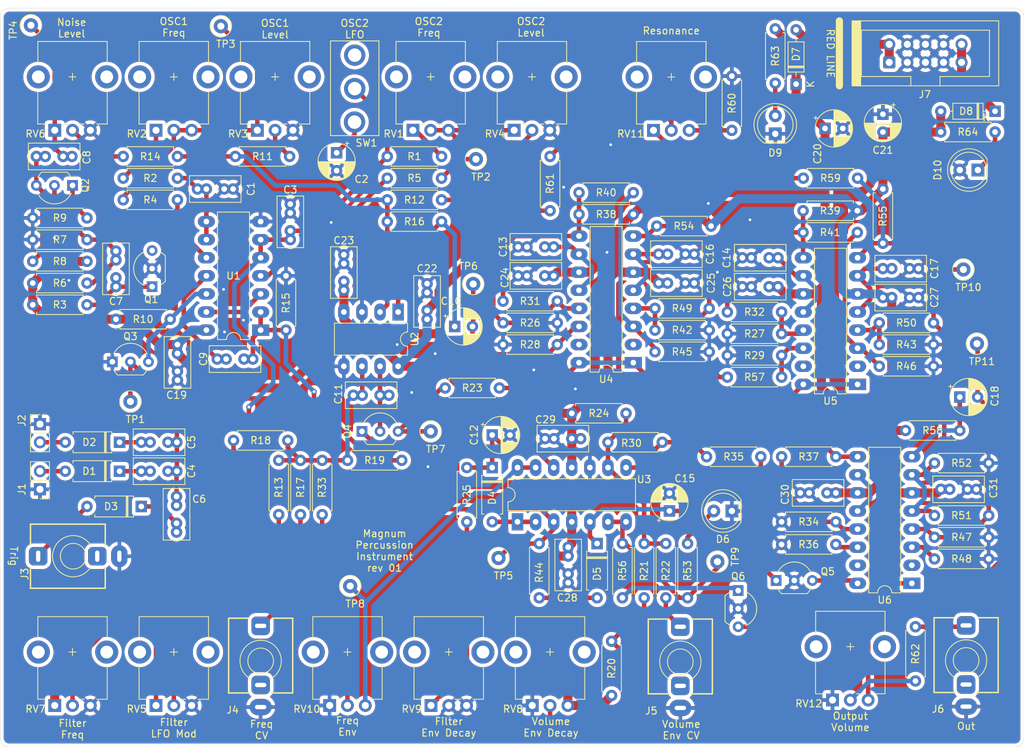
<source format=kicad_pcb>
(kicad_pcb (version 20211014) (generator pcbnew)
  (title_block (title "Magnum Percussion Instrument") (date "2022-04-11") (rev "r01"))
  (layers (0 "F.Cu" signal) (31 "B.Cu" signal) (36 "B.SilkS" user "B.Silkscreen") (37 "F.SilkS" user "F.Silkscreen") (38 "B.Mask" user) (39 "F.Mask" user) (44 "Edge.Cuts" user))
  (net 0 "")
  (net 1 "GND")
  (net 2 "Net-(C1-Pad2)")
  (net 3 "Net-(C2-Pad1)")
  (net 4 "Net-(C3-Pad2)")
  (net 5 "Net-(C4-Pad1)")
  (net 6 "Net-(C4-Pad2)")
  (net 7 "Net-(C5-Pad1)")
  (net 8 "Net-(C6-Pad1)")
  (net 9 "Net-(C7-Pad1)")
  (net 10 "Net-(C7-Pad2)")
  (net 11 "Net-(C8-Pad1)")
  (net 12 "Net-(C8-Pad2)")
  (net 13 "Net-(C9-Pad1)")
  (net 14 "Net-(C9-Pad2)")
  (net 15 "Net-(C10-Pad1)")
  (net 16 "Net-(C10-Pad2)")
  (net 17 "Net-(C11-Pad1)")
  (net 18 "Net-(C11-Pad2)")
  (net 19 "Net-(C12-Pad1)")
  (net 20 "Net-(C13-Pad2)")
  (net 21 "Net-(C14-Pad2)")
  (net 22 "Net-(C15-Pad1)")
  (net 23 "Net-(C16-Pad2)")
  (net 24 "Net-(C18-Pad1)")
  (net 25 "Net-(C18-Pad2)")
  (net 26 "+12V")
  (net 27 "-12V")
  (net 28 "Net-(D1-Pad2)")
  (net 29 "Net-(D2-Pad2)")
  (net 30 "Net-(D3-Pad2)")
  (net 31 "Net-(D4-Pad2)")
  (net 32 "Net-(D5-Pad2)")
  (net 33 "Net-(D6-Pad2)")
  (net 34 "Net-(D7-Pad2)")
  (net 35 "Net-(D8-Pad1)")
  (net 36 "Net-(D9-Pad2)")
  (net 37 "Net-(C17-Pad2)")
  (net 39 "Net-(J4-PadT)")
  (net 41 "Net-(J5-PadT)")
  (net 43 "Net-(J6-PadT)")
  (net 46 "Net-(Q2-Pad1)")
  (net 47 "Net-(Q3-Pad3)")
  (net 48 "Net-(Q4-Pad3)")
  (net 49 "Net-(Q4-Pad1)")
  (net 50 "Net-(Q5-Pad3)")
  (net 51 "Net-(Q5-Pad1)")
  (net 52 "Net-(Q6-Pad3)")
  (net 53 "Net-(Q6-Pad1)")
  (net 54 "Net-(R1-Pad2)")
  (net 55 "Net-(R2-Pad2)")
  (net 56 "Net-(R4-Pad1)")
  (net 57 "Net-(R4-Pad2)")
  (net 58 "Net-(R5-Pad2)")
  (net 59 "Net-(R11-Pad1)")
  (net 60 "Net-(R11-Pad2)")
  (net 61 "Net-(R12-Pad1)")
  (net 62 "Net-(R13-Pad1)")
  (net 63 "Net-(R14-Pad1)")
  (net 64 "Net-(R18-Pad1)")
  (net 65 "Net-(R20-Pad1)")
  (net 66 "Net-(R21-Pad1)")
  (net 67 "/I_FREQ")
  (net 68 "Net-(R25-Pad2)")
  (net 69 "Net-(R27-Pad1)")
  (net 70 "Net-(R29-Pad1)")
  (net 71 "Net-(R30-Pad2)")
  (net 72 "Net-(R31-Pad2)")
  (net 73 "Net-(R32-Pad2)")
  (net 74 "Net-(R33-Pad2)")
  (net 75 "Net-(R34-Pad2)")
  (net 76 "Net-(R40-Pad2)")
  (net 77 "Net-(R43-Pad1)")
  (net 78 "Net-(R47-Pad1)")
  (net 79 "Net-(R48-Pad1)")
  (net 80 "Net-(R49-Pad2)")
  (net 81 "Net-(R51-Pad2)")
  (net 82 "Net-(R53-Pad1)")
  (net 83 "Net-(R59-Pad2)")
  (net 84 "Net-(R60-Pad1)")
  (net 85 "Net-(R61-Pad2)")
  (net 86 "Net-(R62-Pad1)")
  (net 87 "Net-(RV10-Pad3)")
  (net 95 "Net-(R5-Pad1)")
  (net 96 "Net-(R41-Pad2)")
  (net 97 "Net-(R42-Pad1)")
  (net 98 "Net-(U1-Pad13)")
  (net 99 "Net-(R26-Pad1)")
  (net 100 "Net-(D10-Pad1)")
  (net 101 "Net-(R36-Pad2)")
  (net 102 "Net-(U6-Pad10)")
  (footprint "Resistor_THT:R_Axial_DIN0207_L6.3mm_D2.5mm_P7.62mm_Horizontal" (layer "F.Cu") (at 176.784 115.824 90)
    (fp_text reference "R62")
    (fp_text value "1k")
  )
  (footprint "Rumblesan_Footprints:C_Rect_L7.0mm_W3.5mm_P2.50mm_P5.00mm" (layer "F.Cu") (at 145.716 55.88 180)
    (fp_text reference "C16")
    (fp_text value "1nF")
  )
  (footprint "Resistor_THT:R_Axial_DIN0207_L6.3mm_D2.5mm_P7.62mm_Horizontal" (layer "F.Cu") (at 171.704 65.532)
    (fp_text reference "R50")
    (fp_text value "100k")
  )
  (footprint "Resistor_THT:R_Axial_DIN0207_L6.3mm_D2.5mm_P7.62mm_Horizontal" (layer "F.Cu") (at 168.656 45.212 180)
    (fp_text reference "R59")
    (fp_text value "10k")
  )
  (footprint "Resistor_THT:R_Axial_DIN0207_L6.3mm_D2.5mm_P7.62mm_Horizontal" (layer "F.Cu") (at 171.704 71.628)
    (fp_text reference "R46")
    (fp_text value "220r")
  )
  (footprint "TestPoint:TestPoint_Loop_D2.50mm_Drill1.0mm_LowProfile" (layer "F.Cu") (at 183.515 58.039)
    (fp_text reference "TP10")
    (fp_text value "TestPoint")
  )
  (footprint "Rumblesan_Footprints:C_Rect_L7.0mm_W3.5mm_P2.50mm_P5.00mm" (layer "F.Cu") (at 128.016 97.028 -90)
    (fp_text reference "C28")
    (fp_text value "100nF (X7R)")
  )
  (footprint "Rumblesan_Footprints:C_Rect_L7.0mm_W3.5mm_P2.50mm_P5.00mm" (layer "F.Cu") (at 177.212 57.912 180)
    (fp_text reference "C17")
    (fp_text value "1nF")
  )
  (footprint "Resistor_THT:R_Axial_DIN0207_L6.3mm_D2.5mm_P7.62mm_Horizontal" (layer "F.Cu") (at 110.236 48.26 180)
    (fp_text reference "R12")
    (fp_text value "100k")
  )
  (footprint "Resistor_THT:R_Axial_DIN0207_L6.3mm_D2.5mm_P7.62mm_Horizontal" (layer "F.Cu") (at 140.208 69.596)
    (fp_text reference "R45")
    (fp_text value "220r")
  )
  (footprint "Rumblesan_Footprints:Potentiometer_Alpha_RD901F-40-00D_Single_Vertical_CircularHoles" (layer "F.Cu") (at 72.644 30.988)
    (fp_text reference "RV2")
    (fp_text value "1mA")
  )
  (footprint "Resistor_THT:R_Axial_DIN0207_L6.3mm_D2.5mm_P7.62mm_Horizontal" (layer "F.Cu") (at 88.392 66.548 90)
    (fp_text reference "R15")
    (fp_text value "R")
  )
  (footprint "Rumblesan_Footprints:C_Rect_L7.0mm_W3.5mm_P2.50mm_P5.00mm" (layer "F.Cu") (at 68.072 86.36)
    (fp_text reference "C4")
    (fp_text value "100nF")
  )
  (footprint "Rumblesan_Footprints:C_Rect_L7.0mm_W3.5mm_P2.50mm_P5.00mm" (layer "F.Cu") (at 89 48.848 -90)
    (fp_text reference "C3")
    (fp_text value "47nF")
  )
  (footprint "Rumblesan_Footprints:C_Rect_L7.0mm_W3.5mm_P2.50mm_P5.00mm" (layer "F.Cu") (at 152.48 56.388)
    (fp_text reference "C14")
    (fp_text value "1nF")
  )
  (footprint "Resistor_THT:R_Axial_DIN0207_L6.3mm_D2.5mm_P7.62mm_Horizontal" (layer "F.Cu") (at 135.636 96.52 -90)
    (fp_text reference "R56")
    (fp_text value "R")
  )
  (footprint "Rumblesan_Footprints:C_Rect_L7.0mm_W3.5mm_P2.50mm_P5.00mm" (layer "F.Cu") (at 120.984 54.864)
    (fp_text reference "C13")
    (fp_text value "1nF")
  )
  (footprint "Resistor_THT:R_Axial_DIN0207_L6.3mm_D2.5mm_P7.62mm_Horizontal" (layer "F.Cu") (at 150.368 73.152)
    (fp_text reference "R57")
    (fp_text value "100k")
  )
  (footprint "Package_TO_SOT_THT:TO-92_Inline_Wide" (layer "F.Cu") (at 99.06 80.772)
    (fp_text reference "Q4")
    (fp_text value "2N3906")
  )
  (footprint "Resistor_THT:R_Axial_DIN0207_L6.3mm_D2.5mm_P7.62mm_Horizontal" (layer "F.Cu") (at 88.9 42.164 180)
    (fp_text reference "R11")
    (fp_text value "100k")
  )
  (footprint "Resistor_THT:R_Axial_DIN0207_L6.3mm_D2.5mm_P7.62mm_Horizontal" (layer "F.Cu") (at 179.451 98.679)
    (fp_text reference "R48")
    (fp_text value "220r")
  )
  (footprint "Rumblesan_Footprints:C_Rect_L7.0mm_W3.5mm_P2.50mm_P5.00mm" (layer "F.Cu") (at 185.34 88.9 180)
    (fp_text reference "C31")
    (fp_text value "100nF (X7R)")
  )
  (footprint "Resistor_THT:R_Axial_DIN0207_L6.3mm_D2.5mm_P7.62mm_Horizontal" (layer "F.Cu") (at 179.451 85.217)
    (fp_text reference "R52")
    (fp_text value "10k")
  )
  (footprint "Capacitor_THT:CP_Radial_D5.0mm_P2.50mm" (layer "F.Cu") (at 117.348 81.28)
    (fp_text reference "C12")
    (fp_text value "10uF")
  )
  (footprint "Resistor_THT:R_Axial_DIN0207_L6.3mm_D2.5mm_P7.62mm_Horizontal" (layer "F.Cu") (at 60.452 56.896 180)
    (fp_text reference "R8")
    (fp_text value "6k8")
  )
  (footprint "Resistor_THT:R_Axial_DIN0207_L6.3mm_D2.5mm_P7.62mm_Horizontal" (layer "F.Cu") (at 140.208 63.5)
    (fp_text reference "R49")
    (fp_text value "100k")
  )
  (footprint "Resistor_THT:R_Axial_DIN0207_L6.3mm_D2.5mm_P7.62mm_Horizontal" (layer "F.Cu") (at 123.952 96.52 -90)
    (fp_text reference "R44")
    (fp_text value "R")
  )
  (footprint "TestPoint:TestPoint_Loop_D2.50mm_Drill1.0mm_LowProfile" (layer "F.Cu") (at 79.248 23.876)
    (fp_text reference "TP3")
    (fp_text value "TestPoint")
  )
  (footprint "Capacitor_THT:CP_Radial_D5.0mm_P2.50mm" (layer "F.Cu") (at 183.007 75.946)
    (fp_text reference "C18")
    (fp_text value "10uF")
  )
  (footprint "Rumblesan_Footprints:Potentiometer_Alpha_RD901F-40-00D_Single_Vertical_CircularHoles" (layer "F.Cu") (at 58.42 30.988)
    (fp_text reference "RV6")
    (fp_text value "100kA")
  )
  (footprint "Rumblesan_Footprints:C_Rect_L7.0mm_W3.5mm_P2.50mm_P5.00mm" (layer "F.Cu") (at 145.716 59.944 180)
    (fp_text reference "C25")
    (fp_text value "100nF (X7R)")
  )
  (footprint "TestPoint:TestPoint_Loop_D2.50mm_Drill1.0mm_LowProfile" (layer "F.Cu") (at 118.237 98.552)
    (fp_text reference "TP5")
    (fp_text value "TestPoint")
  )
  (footprint "Resistor_THT:R_Axial_DIN0207_L6.3mm_D2.5mm_P7.62mm_Horizontal" (layer "F.Cu") (at 140.208 66.548)
    (fp_text reference "R42")
    (fp_text value "220r")
  )
  (footprint "Rumblesan_Footprints:Potentiometer_Alpha_RD901F-40-00D_Single_Vertical_CircularHoles" (layer "F.Cu") (at 97.028 111.76)
    (fp_text reference "RV10")
    (fp_text value "100k")
  )
  (footprint "Resistor_THT:R_Axial_DIN0207_L6.3mm_D2.5mm_P7.62mm_Horizontal" (layer "F.Cu") (at 141.732 104.14 90)
    (fp_text reference "R22")
    (fp_text value "100k")
  )
  (footprint "Resistor_THT:R_Axial_DIN0207_L6.3mm_D2.5mm_P7.62mm_Horizontal" (layer "F.Cu") (at 126.492 62.484 180)
    (fp_text reference "R31")
    (fp_text value "100k")
  )
  (footprint "Rumblesan_Footprints:C_Rect_L7.0mm_W3.5mm_P2.50mm_P5.00mm" (layer "F.Cu") (at 73.152 68.58 -90)
    (fp_text reference "C19")
    (fp_text value "100nF (X7R)")
  )
  (footprint "Rumblesan_Footprints:SW_SPDT_DailyWell_MiniToggle" (layer "F.Cu") (at 98.044 37.34 90)
    (fp_text reference "SW1")
    (fp_text value "SW_SPDT")
  )
  (footprint "Package_DIP:DIP-14_W7.62mm_LongPads" (layer "F.Cu") (at 84.836 66.548 180)
    (fp_text reference "U1")
    (fp_text value "HEF4093B")
  )
  (footprint "LED_THT:LED_D5.0mm" (layer "F.Cu") (at 157.099 38.989 90)
    (fp_text reference "D9")
    (fp_text value "LED")
  )
  (footprint "Rumblesan_Footprints:Potentiometer_Alpha_RD901F-40-00D_Single_Vertical_CircularHoles" (layer "F.Cu") (at 167.64 111)
    (fp_text reference "RV12")
    (fp_text value "100kA")
  )
  (footprint "Capacitor_THT:CP_Radial_D5.0mm_P2.50mm" (layer "F.Cu") (at 142.24 91.948 90)
    (fp_text reference "C15")
    (fp_text value "1uF")
  )
  (footprint "Rumblesan_Footprints:C_Rect_L7.0mm_W3.5mm_P2.50mm_P5.00mm" (layer "F.Cu") (at 64.516 60.452 90)
    (fp_text reference "C7")
    (fp_text value "47nF")
  )
  (footprint "Resistor_THT:R_Axial_DIN0207_L6.3mm_D2.5mm_P7.62mm_Horizontal" (layer "F.Cu") (at 157.988 67.056 180)
    (fp_text reference "R27")
    (fp_text value "220r")
  )
  (footprint "Resistor_THT:R_Axial_DIN0207_L6.3mm_D2.5mm_P7.62mm_Horizontal" (layer "F.Cu") (at 73.152 45.212 180)
    (fp_text reference "R2")
    (fp_text value "22k")
  )
  (footprint "Resistor_THT:R_Axial_DIN0207_L6.3mm_D2.5mm_P7.62mm_Horizontal" (layer "F.Cu") (at 87.376 92.456 90)
    (fp_text reference "R13")
    (fp_text value "100k")
  )
  (footprint "TestPoint:TestPoint_Loop_D2.50mm_Drill1.0mm_LowProfile" (layer "F.Cu") (at 148.971 99.06 90)
    (fp_text reference "TP9")
    (fp_text value "TestPoint")
  )
  (footprint "Rumblesan_Footprints:C_Rect_L7.0mm_W3.5mm_P2.50mm_P5.00mm" (layer "F.Cu") (at 157.48 60.452 180)
    (fp_text reference "C26")
    (fp_text value "100nF (X7R)")
  )
  (footprint "Resistor_THT:R_Axial_DIN0207_L6.3mm_D2.5mm_P7.62mm_Horizontal" (layer "F.Cu") (at 118.872 65.532)
    (fp_text reference "R26")
    (fp_text value "220r")
  )
  (footprint "Connector_PinHeader_2.54mm:PinHeader_1x02_P2.54mm_Vertical" (layer "F.Cu") (at 53.848 79.756)
    (fp_text reference "J2")
    (fp_text value "Input1")
  )
  (footprint "Resistor_THT:R_Axial_DIN0207_L6.3mm_D2.5mm_P7.62mm_Horizontal" (layer "F.Cu") (at 129.54 50.292)
    (fp_text reference "R38")
    (fp_text value "10k")
  )
  (footprint "Rumblesan_Footprints:C_Rect_L7.0mm_W3.5mm_P2.50mm_P5.00mm" (layer "F.Cu") (at 124.774 81.788)
    (fp_text reference "C29")
    (fp_text value "100nF (X7R)")
  )
  (footprint "Rumblesan_Footprints:C_Rect_L7.0mm_W3.5mm_P2.50mm_P5.00mm" (layer "F.Cu") (at 97.85 75.692)
    (fp_text reference "C11")
    (fp_text value "47pF")
  )
  (footprint "Resistor_THT:R_Axial_DIN0207_L6.3mm_D2.5mm_P7.62mm_Horizontal" (layer "F.Cu") (at 151 38.5 90)
    (fp_text reference "R60")
    (fp_text value "1k")
  )
  (footprint "Resistor_THT:R_Axial_DIN0207_L6.3mm_D2.5mm_P7.62mm_Horizontal" (layer "F.Cu") (at 161 52.832)
    (fp_text reference "R41")
    (fp_text value "100k")
  )
  (footprint "Resistor_THT:R_Axial_DIN0207_L6.3mm_D2.5mm_P7.62mm_Horizontal" (layer "F.Cu") (at 125.476 49.784 90)
    (fp_text reference "R61")
    (fp_text value "6k8")
  )
  (footprint "Package_TO_SOT_THT:TO-92_Inline_Wide" (layer "F.Cu") (at 157.226 101.706)
    (fp_text reference "Q5")
    (fp_text value "2N3906")
  )
  (footprint "TestPoint:TestPoint_Loop_D2.50mm_Drill1.0mm_LowProfile" (layer "F.Cu") (at 115.062 42.545)
    (fp_text reference "TP2")
    (fp_text value "TestPoint")
  )
  (footprint "Rumblesan_Footprints:C_Rect_L7.0mm_W3.5mm_P2.50mm_P5.00mm" (layer "F.Cu") (at 125.984 58.928 180)
    (fp_text reference "C24")
    (fp_text value "100nF (X7R)")
  )
  (footprint "Resistor_THT:R_Axial_DIN0207_L6.3mm_D2.5mm_P7.62mm_Horizontal" (layer "F.Cu") (at 172.212 54.356 90)
    (fp_text reference "R55")
    (fp_text value "10k")
  )
  (footprint "Rumblesan_Footprints:Diode_THT_P7.62mm_Horizontal" (layer "F.Cu") (at 132.08 96.52 -90)
    (fp_text reference "D5")
    (fp_text value "D")
  )
  (footprint "Connector_PinHeader_2.54mm:PinHeader_1x02_P2.54mm_Vertical" (layer "F.Cu") (at 53.848 88.9 180)
    (fp_text reference "J1")
    (fp_text value "Input1")
  )
  (footprint "AudioJacks:Jack_3.5mm_QingPu_WQP-PJ398SM_Vertical" (layer "F.Cu") (at 143.764 113.124)
    (fp_text reference "J5")
    (fp_text value "Decay_CV")
  )
  (footprint "Package_DIP:DIP-14_W7.62mm_LongPads" (layer "F.Cu") (at 120.904 93.472 90)
    (fp_text reference "U3")
    (fp_text value "TL074")
  )
  (footprint "Resistor_THT:R_Axial_DIN0207_L6.3mm_D2.5mm_P7.62mm_Horizontal" (layer "F.Cu") (at 134.112 110.236 -90)
    (fp_text reference "R20")
    (fp_text value "15k")
  )
  (footprint "TestPoint:TestPoint_Loop_D2.50mm_Drill1.0mm_LowProfile" (layer "F.Cu") (at 114.681 60.071 180)
    (fp_text reference "TP6")
    (fp_text value "TestPoint")
  )
  (footprint "Resistor_THT:R_Axial_DIN0207_L6.3mm_D2.5mm_P7.62mm_Horizontal" (layer "F.Cu") (at 73.152 48.26 180)
    (fp_text reference "R4")
    (fp_text value "100r")
  )
  (footprint "Rumblesan_Footprints:C_Rect_L7.0mm_W3.5mm_P2.50mm_P5.00mm" (layer "F.Cu") (at 108.204 65.024 90)
    (fp_text reference "C22")
    (fp_text value "100nF (X7R)")
  )
  (footprint "Resistor_THT:R_Axial_DIN0207_L6.3mm_D2.5mm_P7.62mm_Horizontal" (layer "F.Cu") (at 126.492 68.58 180)
    (fp_text reference "R28")
    (fp_text value "220r")
  )
  (footprint "Resistor_THT:R_Axial_DIN0207_L6.3mm_D2.5mm_P7.62mm_Horizontal" (layer "F.Cu") (at 102.616 42.164)
    (fp_text reference "R1")
    (fp_text value "22k")
  )
  (footprint "Rumblesan_Footprints:Potentiometer_Alpha_RD901F-40-00D_Single_Vertical_CircularHoles" (layer "F.Cu") (at 122.936 30.988)
    (fp_text reference "RV4")
    (fp_text value "100kA")
  )
  (footprint "Resistor_THT:R_Axial_DIN0207_L6.3mm_D2.5mm_P7.62mm_Horizontal" (layer "F.Cu") (at 64.516 65.024)
    (fp_text reference "R10")
    (fp_text value "R")
  )
  (footprint "Rumblesan_Footprints:C_Rect_L7.0mm_W3.5mm_P2.50mm_P5.00mm" (layer "F.Cu") (at 68.072 82.296)
    (fp_text reference "C5")
    (fp_text value "100nF")
  )
  (footprint "Rumblesan_Footprints:Diode_THT_P7.62mm_Horizontal" (layer "F.Cu") (at 117.348 85.852 -90)
    (fp_text reference "D4")
    (fp_text value "D")
  )
  (footprint "Rumblesan_Footprints:C_Rect_L7.0mm_W3.5mm_P2.50mm_P5.00mm" (layer "F.Cu") (at 96.52 55.96 -90)
    (fp_text reference "C23")
    (fp_text value "100nF (X7R)")
  )
  (footprint "Resistor_THT:R_Axial_DIN0207_L6.3mm_D2.5mm_P7.62mm_Horizontal" (layer "F.Cu") (at 171.704 68.58)
    (fp_text reference "R43")
    (fp_text value "220r")
  )
  (footprint "Rumblesan_Footprints:D_DO-35_SOD27_P7.62mm_Horizontal" (layer "F.Cu") (at 187.96 35.814 180)
    (fp_text reference "D8")
    (fp_text value "1N5189")
  )
  (footprint "Resistor_THT:R_Axial_DIN0207_L6.3mm_D2.5mm_P7.62mm_Horizontal" (layer "F.Cu") (at 65.532 42.164)
    (fp_text reference "R14")
    (fp_text value "100k")
  )
  (footprint "Resistor_THT:R_Axial_DIN0207_L6.3mm_D2.5mm_P7.62mm_Horizontal" (layer "F.Cu") (at 81.026 82.042)
    (fp_text reference "R18")
    (fp_text value "100k")
  )
  (footprint "Resistor_THT:R_Axial_DIN0207_L6.3mm_D2.5mm_P7.62mm_Horizontal" (layer "F.Cu") (at 161 49.784)
    (fp_text reference "R39")
    (fp_text value "10k")
  )
  (footprint "Resistor_THT:R_Axial_DIN0207_L6.3mm_D2.5mm_P7.62mm_Horizontal" (layer "F.Cu") (at 157.099 24.257 -90)
    (fp_text reference "R63")
    (fp_text value "3k3")
  )
  (footprint "Rumblesan_Footprints:D_DO-35_SOD27_P7.62mm_Horizontal" (layer "F.Cu") (at 160.02 32.004 90)
    (fp_text reference "D7")
    (fp_text value "1N5189")
  )
  (footprint "Rumblesan_Footprints:Diode_THT_P7.62mm_Horizontal" (layer "F.Cu") (at 68.072 91.313 180)
    (fp_text reference "D3")
    (fp_text value "D")
  )
  (footprint "Resistor_THT:R_Axial_DIN0207_L6.3mm_D2.5mm_P7.62mm_Horizontal" (layer "F.Cu") (at 102.616 51.308)
    (fp_text reference "R16")
    (fp_text value "100k")
  )
  (footprint "Resistor_THT:R_Axial_DIN0207_L6.3mm_D2.5mm_P7.62mm_Horizontal" (layer "F.Cu") (at 52.832 59.944)
    (fp_text reference "R6")
    (fp_text value "1m")
  )
  (footprint "Resistor_THT:R_Axial_DIN0207_L6.3mm_D2.5mm_P7.62mm_Horizontal" (layer "F.Cu") (at 140.462 51.943)
    (fp_text reference "R54")
    (fp_text value "10k")
  )
  (footprint "AudioJacks:Jack_3.5mm_QingPu_WQP-PJ398SM_Vertical" (layer "F.Cu") (at 58.514 98.298 90)
    (fp_text reference "J3")
    (fp_text value "Trig_In")
  )
  (footprint "TestPoint:TestPoint_Loop_D2.50mm_Drill1.0mm_LowProfile" (layer "F.Cu") (at 108.712 80.772)
    (fp_text reference "TP7")
    (fp_text value "TestPoint")
  )
  (footprint "Resistor_THT:R_Axial_DIN0207_L6.3mm_D2.5mm_P7.62mm_Horizontal" (layer "F.Cu") (at 52.832 62.992)
    (fp_text reference "R3")
    (fp_text value "100k")
  )
  (footprint "Package_DIP:DIP-16_W7.62mm_LongPads" (layer "F.Cu") (at 168.656 74.168 180)
    (fp_text reference "U5")
    (fp_text value "LM13700")
  )
  (footprint "Resistor_THT:R_Axial_DIN0207_L6.3mm_D2.5mm_P7.62mm_Horizontal" (layer "F.Cu") (at 187.96 38.735 180)
    (fp_text reference "R64")
    (fp_text value "3k3")
  )
  (footprint "Package_DIP:DIP-16_W7.62mm_LongPads" (layer "F.Cu") (at 137.16 71.12 180)
    (fp_text reference "U4")
    (fp_text value "LM13700")
  )
  (footprint "Resistor_THT:R_Axial_DIN0207_L6.3mm_D2.5mm_P7.62mm_Horizontal" (layer "F.Cu") (at 157.988 64.008 180)
    (fp_text reference "R32")
    (fp_text value "100k")
  )
  (footprint "Resistor_THT:R_Axial_DIN0207_L6.3mm_D2.5mm_P7.62mm_Horizontal" (layer "F.Cu") (at 129.54 47.244)
    (fp_text reference "R40")
    (fp_text value "100k")
  )
  (footprint "Rumblesan_Footprints:Potentiometer_Alpha_RD901F-40-00D_Single_Vertical_CircularHoles" (layer "F.Cu") (at 108.712 30.988)
    (fp_text reference "RV1")
    (fp_text value "1mA")
  )
  (footprint "Capacitor_THT:CP_Radial_D5.0mm_P2.50mm" (layer "F.Cu") (at 164.084 38.227)
    (fp_text reference "C20")
    (fp_text value "1uF")
  )
  (footprint "LED_THT:LED_D5.0mm" (layer "F.Cu") (at 151.003 91.948 180)
    (fp_text reference "D6")
    (fp_text value "LED")
  )
  (footprint "TestPoint:TestPoint_Loop_D2.50mm_Drill1.0mm_LowProfile" (layer "F.Cu") (at 66.548 76.581)
    (fp_text reference "TP1")
    (fp_text value "TestPoint")
  )
  (footprint "Resistor_THT:R_Axial_DIN0207_L6.3mm_D2.5mm_P7.62mm_Horizontal" (layer "F.Cu") (at 90.424 92.456 90)
    (fp_text reference "R17")
    (fp_text value "100k")
  )
  (footprint "Resistor_THT:R_Axial_DIN0207_L6.3mm_D2.5mm_P7.62mm_Horizontal" (layer "F.Cu") (at 60.452 50.8 180)
    (fp_text reference "R9")
    (fp_text value "22r")
  )
  (footprint "TestPoint:TestPoint_Loop_D2.50mm_Drill1.0mm_LowProfile" (layer "F.Cu") (at 52.578 23.749 -90)
    (fp_text reference "TP4")
    (fp_text value "TestPoint")
  )
  (footprint "Rumblesan_Footprints:Potentiometer_Alpha_RD901F-40-00D_Single_Vertical_CircularHoles" (layer "F.Cu") (at 58.42 111.76)
    (fp_text reference "RV7")
    (fp_text value "100kB")
  )
  (footprint "Resistor_THT:R_Axial_DIN0207_L6.3mm_D2.5mm_P7.62mm_Horizontal" (layer "F.Cu") (at 157.988 84.328)
    (fp_text reference "R37")
    (fp_text value "100k")
  )
  (footprint "Rumblesan_Footprints:C_Rect_L7.0mm_W3.5mm_P2.50mm_P5.00mm" (layer "F.Cu") (at 177.212 61.976 180)
    (fp_text reference "C27")
    (fp_text value "100nF (X7R)")
  )
  (footprint "Rumblesan_Footprints:Potentiometer_Alpha_RD901F-40-00D_Single_Vertical_CircularHoles" (layer "F.Cu") (at 125.476 111.76)
    (fp_text reference "RV8")
    (fp_text value "100k")
  )
  (footprint "Resistor_THT:R_Axial_DIN0207_L6.3mm_D2.5mm_P7.62mm_Horizontal" (layer "F.Cu") (at 183.007 80.645 180)
    (fp_text reference "R58")
    (fp_text value "10k")
  )
  (footprint "Resistor_THT:R_Axial_DIN0207_L6.3mm_D2.5mm_P7.62mm_Horizontal" (layer "F.Cu") (at 136.144 78.232 180)
    (fp_text reference "R24")
    (fp_text value "100k")
  )
  (footprint "Resistor_THT:R_Axial_DIN0207_L6.3mm_D2.5mm_P7.62mm_Horizontal" (layer "F.Cu") (at 102.616 45.212)
    (fp_text reference "R5")
    (fp_text value "100r")
  )
  (footprint "AudioJacks:Jack_3.5mm_QingPu_WQP-PJ398SM_Vertical" (layer "F.Cu") (at 84.836 113)
    (fp_text reference "J4")
    (fp_text value "Freq_CV")
  )
  (footprint "Resistor_THT:R_Axial_DIN0207_L6.3mm_D2.5mm_P7.62mm_Horizontal" (layer "F.Cu") (at 147.447 84.328)
    (fp_text reference "R35")
    (fp_text value "4k3")
  )
  (footprint "Package_DIP:DIP-8_W7.62mm_LongPads" (layer "F.Cu") (at 104.14 64.008 -90)
    (fp_text reference "U2")
    (fp_text value "TL072")
  )
  (footprint "Resistor_THT:R_Axial_DIN0207_L6.3mm_D2.5mm_P7.62mm_Horizontal" (layer "F.Cu") (at 113.792 85.852 -90)
    (fp_text reference "R25")
    (fp_text value "R")
  )
  (footprint "Resistor_THT:R_Axial_DIN0207_L6.3mm_D2.5mm_P7.62mm_Horizontal" (layer "F.Cu") (at 138.684 96.52 -90)
    (fp_text reference "R21")
    (fp_text value "120k")
  )
  (footprint "EurorackBasics:EurorackPowerHeader_2x05_P2.54mm_Shrouded" (layer "F.Cu") (at 173.101 28.956 90)
    (fp_text reference "J7")
    (fp_text value "Euro_Power")
  )
  (footprint "Package_DIP:DIP-16_W7.62mm_LongPads" (layer "F.Cu") (at 176.276 102.108 180)
    (fp_text reference "U6")
    (fp_text value "LM13700")
  )
  (footprint "TestPoint:TestPoint_Loop_D2.50mm_Drill1.0mm_LowProfile" (layer "F.Cu") (at 185.42 68.453)
    (fp_text reference "TP11")
    (fp_text value "TestPoint")
  )
  (footprint "Rumblesan_Footprints:Potentiometer_Alpha_RD901F-40-00D_Single_Vertical_CircularHoles" (layer "F.Cu") (at 72.644 111.76)
    (fp_text reference "RV5")
    (fp_text value "100kB")
  )
  (footprint "Rumblesan_Footprints:Potentiometer_Alpha_RD901F-40-00D_Single_Vertical_CircularHoles" (layer "F.Cu") (at 111.252 111.76)
    (fp_text reference "RV9")
    (fp_text value "100k")
  )
  (footprint "Resistor_THT:R_Axial_DIN0207_L6.3mm_D2.5mm_P7.62mm_Horizontal" (layer "F.Cu") (at 144.78 104.14 90)
    (fp_text reference "R53")
    (fp_text value "R")
  )
  (footprint "Rumblesan_Footprints:Diode_THT_P7.62mm_Horizontal" (layer "F.Cu") (at 65.024 82.296 180)
    (fp_text reference "D2")
    (fp_text value "D")
  )
  (footprint "LED_THT:LED_D5.0mm" (layer "F.Cu") (at 185.547 44.069 180)
    (fp_text reference "D10")
    (fp_text value "LED")
  )
  (footprint "Resistor_THT:R_Axial_DIN0207_L6.3mm_D2.5mm_P7.62mm_Horizontal" (layer "F.Cu") (at 157.988 70.104 180)
    (fp_text reference "R29")
    (fp_text value "220r")
  )
  (footprint "Resistor_THT:R_Axial_DIN0207_L6.3mm_D2.5mm_P7.62mm_Horizontal" (layer "F.Cu") (at 93.472 84.836 -90)
    (fp_text reference "R33")
    (fp_text value "100k")
  )
  (footprint "Rumblesan_Footprints:Potentiometer_Alpha_RD901F-40-00D_Single_Vertical_CircularHoles" (layer "F.Cu") (at 142.5 31)
    (fp_text reference "RV11")
    (fp_text value "50kA")
  )
  (footprint "Rumblesan_Footprints:C_Rect_L7.0mm_W3.5mm_P2.50mm_P5.00mm" (layer "F.Cu") (at 165.608 89.408 180)
    (fp_text reference "C30")
    (fp_text value "100nF (X7R)")
  )
  (footprint "Package_TO_SOT_THT:TO-92_Inline_Wide" (layer "F.Cu") (at 64.008 71)
    (fp_text reference "Q3")
    (fp_text value "2N3904")
  )
  (footprint "Capacitor_THT:CP_Radial_D5.0mm_P2.50mm" (layer "F.Cu") (at 95.504 41.656 -90)
    (fp_text reference "C2")
    (fp_text value "1uF")
  )
  (footprint "Resistor_THT:R_Axial_DIN0207_L6.3mm_D2.5mm_P7.62mm_Horizontal" (layer "F.Cu") (at 157.988 93.472)
    (fp_text reference "R34")
    (fp_text value "470r")
  )
  (footprint "Resistor_THT:R_Axial_DIN0207_L6.3mm_D2.5mm_P7.62mm_Horizontal" (layer "F.Cu") (at 179.451 95.631)
    (fp_text reference "R47")
    (fp_text value "220r")
  )
  (footprint "Package_TO_SOT_THT:TO-92_Inline_Wide" (layer "F.Cu") (at 69.596 60.452 90)
    (fp_text reference "Q1")
    (fp_text value "2N3904")
  )
  (footprint "Resistor_THT:R_Axial_DIN0207_L6.3mm_D2.5mm_P7.62mm_Horizontal" (layer "F.Cu") (at 60.452 53.848 180)
    (fp_text reference "R7")
    (fp_text value "100k")
  )
  (footprint "Rumblesan_Footprints:C_Rect_L7.0mm_W3.5mm_P2.50mm_P5.00mm" (layer "F.Cu") (at 80.966 46.736 180)
    (fp_text reference "C1")
    (fp_text value "47nF")
  )
  (footprint "Rumblesan_Footprints:Diode_THT_P7.62mm_Horizontal" (layer "F.Cu") (at 65.024 86.36 180)
    (fp_text reference "D1")
    (fp_text value "D")
  )
  (footprint "Resistor_THT:R_Axial_DIN0207_L6.3mm_D2.5mm_P7.62mm_Horizontal" (layer "F.Cu") (at 133.604 82.296)
    (fp_text reference "R30")
    (fp_text value "27k")
  )
  (footprint "Package_TO_SOT_THT:TO-92_Inline_Wide" (layer "F.Cu") (at 58.42 46.228 180)
    (fp_text reference "Q2")
    (fp_text value "2N3904")
  )
  (footprint "Rumblesan_Footprints:C_Rect_L7.0mm_W3.5mm_P2.50mm_P5.00mm" (layer "F.Cu") (at 78.74 70.612)
    (fp_text reference "C9")
    (fp_text value "100nF")
  )
  (footprint "AudioJacks:Jack_3.5mm_QingPu_WQP-PJ398SM_Vertical" (layer "F.Cu") (at 183.896 112.936)
    (fp_text reference "J6")
    (fp_text value "Audio_Out")
  )
  (footprint "Package_TO_SOT_THT:TO-92_Inline_Wide" (layer "F.Cu") (at 151.892 103.124 -90)
    (fp_text reference "Q6")
    (fp_text value "2N3906")
  )
  (footprint "Resistor_THT:R_Axial_DIN0207_L6.3mm_D2.5mm_P7.62mm_Horizontal" (layer "F.Cu") (at 157.988 96.647)
    (fp_text reference "R36")
    (fp_text value "470r")
  )
  (footprint "Rumblesan_Footprints:C_Rect_L7.0mm_W3.5mm_P2.50mm_P5.00mm" (layer "F.Cu") (at 53.34 42.164)
    (fp_text reference "C8")
    (fp_text value "100nF")
  )
  (footprint "Resistor_THT:R_Axial_DIN0207_L6.3mm_D2.5mm_P7.62mm_Horizontal" (layer "F.Cu") (at 110.744 74.676)
    (fp_text reference "R23")
    (fp_text value "100k")
  )
  (footprint "Resistor_THT:R_Axial_DIN0207_L6.3mm_D2.5mm_P7.62mm_Horizontal" (layer "F.Cu") (at 187.071 92.583 180)
    (fp_text reference "R51")
    (fp_text value "100k")
  )
  (footprint "Rumblesan_Footprints:Potentiometer_Alpha_RD901F-40-00D_Single_Vertical_CircularHoles" (layer "F.Cu") (at 86.868 30.988)
    (fp_text reference "RV3")
    (fp_text value "100kA")
  )
  (footprint "TestPoint:TestPoint_Loop_D2.50mm_Drill1.0mm_LowProfile" (layer "F.Cu") (at 97.409 102.489)
    (fp_text reference "TP8")
    (fp_text value "TestPoint")
  )
  (footprint "Capacitor_THT:CP_Radial_D5.0mm_P2.50mm" (layer "F.Cu") (at 112.078888 66.04)
    (fp_text reference "C10")
    (fp_text value "10uF")
  )
  (footprint "Rumblesan_Footprints:C_Rect_L7.0mm_W3.5mm_P2.50mm_P5.00mm" (layer "F.Cu") (at 73.025 94.916 90)
    (fp_text reference "C6")
    (fp_text value "100nF")
  )
  (footprint "Resistor_THT:R_Axial_DIN0207_L6.3mm_D2.5mm_P7.62mm_Horizontal" (layer "F.Cu") (at 97.028 84.836)
    (fp_text reference "R19")
    (fp_text value "100k")
  )
  (footprint "Capacitor_THT:CP_Radial_D5.0mm_P2.50mm" (layer "F.Cu") (at 172.212 36.235 -90)
    (fp_text reference "C21")
    (fp_text value "1uF")
  )
  (gr_line (start 192.024 22.606) (end 192.024 123.825) (layer "Edge.Cuts") (width 0.05))
  (gr_line (start 190.754 21.336) (end 49.53 21.336) (layer "Edge.Cuts") (width 0.05))
  (gr_arc (start 192.024 123.825) (mid 191.652026 124.723026) (end 190.754 125.095) (layer "Edge.Cuts") (width 0.05))
  (gr_line (start 190.754 125.095) (end 49.53 125.095) (layer "Edge.Cuts") (width 0.05))
  (gr_arc (start 190.754 21.336) (mid 191.652026 21.707974) (end 192.024 22.606) (layer "Edge.Cuts") (width 0.05))
  (gr_arc (start 48.26 22.606) (mid 48.631974 21.707974) (end 49.53 21.336) (layer "Edge.Cuts") (width 0.05))
  (gr_arc (start 49.53 125.095) (mid 48.631974 124.723026) (end 48.26 123.825) (layer "Edge.Cuts") (width 0.05))
  (gr_line (start 48.26 22.606) (end 48.26 123.825) (layer "Edge.Cuts") (width 0.05))
  (gr_text "Freq\nEnv" (at 97.028 122.174) (layer "F.SilkS") (effects (font (size 1 1))))
  (gr_text "Volume\nEnv CV" (at 143.891 122.682) (layer "F.SilkS") (effects (font (size 1 1))))
  (gr_text "OSC2\nLevel" (at 122.809 24.003) (layer "F.SilkS") (effects (font (size 1 1))))
  (gr_text "Resonance" (at 142.494 24.511) (layer "F.SilkS") (effects (font (size 1 1))))
  (gr_text "Output\nVolume" (at 167.64 121.539) (layer "F.SilkS") (effects (font (size 1 1))))
  (gr_text "Noise\nLevel" (at 58.293 24.13) (layer "F.SilkS") (effects (font (size 1 1))))
  (gr_text "OSC2\nFreq" (at 108.458 24.003) (layer "F.SilkS") (effects (font (size 1 1))))
  (gr_text "OSC1\nFreq" (at 72.644 24.003) (layer "F.SilkS") (effects (font (size 1 1))))
  (gr_text "Trig" (at 50.165 98.298 270) (layer "F.SilkS") (effects (font (size 1 1))))
  (gr_text "Freq\nCV" (at 84.963 122.682) (layer "F.SilkS") (effects (font (size 1 1))))
  (gr_text "Magnum\nPercussion\nInstrument\nrev 01" (at 102.235 97.536) (layer "F.SilkS") (effects (font (size 1 1))))
  (gr_text "Filter\nFreq" (at 58.42 122.555) (layer "F.SilkS") (effects (font (size 1 1))))
  (gr_text "Volume\nEnv Decay" (at 125.603 122.301) (layer "F.SilkS") (effects (font (size 1 1))))
  (gr_text "OSC1\nLevel" (at 86.868 24.257) (layer "F.SilkS") (effects (font (size 1 1))))
  (gr_text "Out" (at 183.896 122.174) (layer "F.SilkS") (effects (font (size 1 1))))
  (gr_text "Filter\nEnv Decay" (at 111.252 122.301) (layer "F.SilkS") (effects (font (size 1 1))))
  (gr_text "OSC2\nLFO" (at 98.044 24.257) (layer "F.SilkS") (effects (font (size 1 1))))
  (gr_text "Filter\nLFO Mod" (at 72.644 122.428) (layer "F.SilkS") (effects (font (size 1 1))))
  (via (at 127.381 46.482) (size 0.762) (drill 0.381) (layers "F.Cu" "B.Cu") (net 1))
  (via (at 129.032 74.803) (size 0.762) (drill 0.381) (layers "F.Cu" "B.Cu") (net 1))
  (via (at 79.756 66.802) (size 0.762) (drill 0.381) (layers "F.Cu" "B.Cu") (net 1))
  (via (at 109.347 69.85) (size 0.762) (drill 0.381) (layers "F.Cu" "B.Cu") (net 1))
  (via (at 153.543 51.054) (size 0.762) (drill 0.381) (layers "F.Cu" "B.Cu") (net 1))
  (via (at 104.013 68.58) (size 0.762) (drill 0.381) (layers "F.Cu" "B.Cu") (net 1))
  (via (at 148.971 58.42) (size 0.762) (drill 0.381) (layers "F.Cu" "B.Cu") (net 1))
  (via (at 79.629 60.833) (size 0.762) (drill 0.381) (layers "F.Cu" "B.Cu") (net 1))
  (via (at 147.701 48.768) (size 0.762) (drill 0.381) (layers "F.Cu" "B.Cu") (net 1))
  (via (at 123.19 72.136) (size 0.762) (drill 0.381) (layers "F.Cu" "B.Cu") (net 1))
  (via (at 55.88 53.594) (size 0.762) (drill 0.381) (layers "F.Cu" "B.Cu") (net 1))
  (via (at 108.331 85.725) (size 0.762) (drill 0.381) (layers "F.Cu" "B.Cu") (net 1))
  (via (at 57.912 59.563) (size 0.762) (drill 0.381) (layers "F.Cu" "B.Cu") (net 1))
  (via (at 106.045 75.311) (size 0.762) (drill 0.381) (layers "F.Cu" "B.Cu") (net 1))
  (via (at 133.985 40.513) (size 0.762) (drill 0.381) (layers "F.Cu" "B.Cu") (net 1))
  (via (at 133.477 55.626) (size 0.762) (drill 0.381) (layers "F.Cu" "B.Cu") (net 1))
  (via (at 94.742 51.435) (size 0.762) (drill 0.381) (layers "F.Cu" "B.Cu") (net 1))
  (via (at 82.423 65.151) (size 0.762) (drill 0.381) (layers "F.Cu" "B.Cu") (net 1))
  (segment (start 73.152 45.212) (end 74.442 45.212) (width 0.635) (layer "F.Cu") (net 2))
  (segment (start 77.216 51.308) (end 77.216 53.848) (width 0.635) (layer "F.Cu") (net 2))
  (segment (start 75.966 46.736) (end 77.216 46.736) (width 0.635) (layer "F.Cu") (net 2))
  (segment (start 74.442 45.212) (end 75.966 46.736) (width 0.635) (layer "F.Cu") (net 2))
  (segment (start 77.216 46.736) (end 77.216 51.308) (width 0.635) (layer "F.Cu") (net 2))
  (segment (start 98.0186 39.1414) (end 95.504 41.656) (width 0.635) (layer "F.Cu") (net 3))
  (segment (start 98.0186 37.34) (end 98.0186 39.1414) (width 0.635) (layer "F.Cu") (net 3))
  (segment (start 102.616 42.164) (end 92.182 52.598) (width 0.635) (layer "F.Cu") (net 4))
  (segment (start 98.044 32.64) (end 102.616 37.212) (width 0.635) (layer "F.Cu") (net 4))
  (segment (start 70.144 119.26) (end 70.144 103.973) (width 0.635) (layer "F.Cu") (net 4))
  (segment (start 89 53.848) (end 89 52.598) (width 0.635) (layer "F.Cu") (net 4))
  (segment (start 84.836 53.848) (end 84.836 56.388) (width 0.635) (layer "F.Cu") (net 4))
  (segment (start 102.616 37.212) (end 102.616 42.164) (width 0.635) (layer "F.Cu") (net 4))
  (segment (start 92.182 52.598) (end 89 52.598) (width 0.635) (layer "F.Cu") (net 4))
  (segment (start 84.836 53.848) (end 89 53.848) (width 0.635) (layer "F.Cu") (net 4))
  (segment (start 83.185 90.932) (end 83.185 77.343) (width 0.635) (layer "F.Cu") (net 4))
  (segment (start 70.144 103.973) (end 82.169 91.948) (width 0.635) (layer "F.Cu") (net 4))
  (segment (start 82.169 91.948) (end 83.185 90.932) (width 0.635) (layer "F.Cu") (net 4))
  (via (at 83.185 77.343) (size 0.762) (drill 0.381) (layers "F.Cu" "B.Cu") (net 4))
  (segment (start 81.153 66.04) (end 81.153 60.071) (width 0.635) (layer "B.Cu") (net 4))
  (segment (start 86.607011 73.920989) (end 86.607011 71.494011) (width 0.635) (layer "B.Cu") (net 4))
  (segment (start 83.185 77.343) (end 86.607011 73.920989) (width 0.635) (layer "B.Cu") (net 4))
  (segment (start 86.607011 71.494011) (end 81.153 66.04) (width 0.635) (layer "B.Cu") (net 4))
  (segment (start 81.153 60.071) (end 84.836 56.388) (width 0.635) (layer "B.Cu") (net 4))
  (segment (start 69.322 86.36) (end 68.072 86.36) (width 0.635) (layer "F.Cu") (net 5))
  (segment (start 68.072 86.36) (end 65.024 86.36) (width 0.635) (layer "F.Cu") (net 5))
  (segment (start 73.072 77.524) (end 73.072 82.296) (width 0.635) (layer "F.Cu") (net 6))
  (segment (start 73.072 86.36) (end 71.822 86.36) (width 0.635) (layer "F.Cu") (net 6))
  (segment (start 66.548 71) (end 66.548 76.581) (width 0.635) (layer "F.Cu") (net 6))
  (segment (start 73.025 89.916) (end 73.025 86.407) (width 0.635) (layer "F.Cu") (net 6))
  (segment (start 73.072 82.296) (end 71.822 82.296) (width 0.635) (layer "F.Cu") (net 6))
  (segment (start 73.072 82.296) (end 73.072 86.36) (width 0.635) (layer "F.Cu") (net 6))
  (segment (start 73.025 91.166) (end 73.025 89.916) (width 0.635) (layer "F.Cu") (net 6))
  (segment (start 66.548 71) (end 73.072 77.524) (width 0.635) (layer "F.Cu") (net 6))
  (segment (start 73.025 86.407) (end 73.072 86.36) (width 0.635) (layer "F.Cu") (net 6))
  (segment (start 69.322 82.296) (end 68.072 82.296) (width 0.635) (layer "F.Cu") (net 7))
  (segment (start 68.072 82.296) (end 65.024 82.296) (width 0.635) (layer "F.Cu") (net 7))
  (segment (start 70.672 91.313) (end 73.025 93.666) (width 0.635) (layer "F.Cu") (net 8))
  (segment (start 68.072 91.313) (end 70.672 91.313) (width 0.635) (layer "F.Cu") (net 8))
  (segment (start 73.025 94.916) (end 73.025 93.666) (width 0.635) (layer "F.Cu") (net 8))
  (segment (start 64.516 60.452) (end 64.516 59.202) (width 0.635) (layer "F.Cu") (net 9))
  (segment (start 60.452 62.992) (end 61.976 62.992) (width 0.635) (layer "F.Cu") (net 9))
  (segment (start 69.596 60.452) (end 64.516 60.452) (width 0.635) (layer "F.Cu") (net 9))
  (segment (start 61.976 62.992) (end 64.516 60.452) (width 0.635) (layer "F.Cu") (net 9))
  (segment (start 62.912 53.848) (end 64.516 55.452) (width 0.635) (layer "F.Cu") (net 10))
  (segment (start 55.88 49.276) (end 60.452 53.848) (width 0.635) (layer "F.Cu") (net 10))
  (segment (start 64.516 55.452) (end 64.516 56.702) (width 0.635) (layer "F.Cu") (net 10))
  (segment (start 60.452 59.944) (end 61.274 59.944) (width 0.635) (layer "F.Cu") (net 10))
  (segment (start 61.274 59.944) (end 64.516 56.702) (width 0.635) (layer "F.Cu") (net 10))
  (segment (start 60.452 53.848) (end 62.912 53.848) (width 0.635) (layer "F.Cu") (net 10))
  (segment (start 55.88 46.228) (end 55.88 49.276) (width 0.635) (layer "F.Cu") (net 10))
  (segment (start 53.34 46.228) (end 54.203011 47.091011) (width 0.635) (layer "F.Cu") (net 11))
  (segment (start 54.203011 55.524989) (end 52.832 56.896) (width 0.635) (layer "F.Cu") (net 11))
  (segment (start 54.203011 47.091011) (end 54.203011 55.524989) (width 0.635) (layer "F.Cu") (net 11))
  (segment (start 53.34 46.228) (end 53.34 42.164) (width 0.635) (layer "F.Cu") (net 11))
  (segment (start 54.59 42.164) (end 53.34 42.164) (width 0.635) (layer "F.Cu") (net 11))
  (segment (start 55.92 27.091) (end 55.92 38.488) (width 0.635) (layer "F.Cu") (net 12))
  (segment (start 55.92 38.488) (end 55.92 40.994) (width 0.635) (layer "F.Cu") (net 12))
  (segment (start 55.92 40.994) (end 57.09 42.164) (width 0.635) (layer "F.Cu") (net 12))
  (segment (start 57.09 42.164) (end 58.34 42.164) (width 0.635) (layer "F.Cu") (net 12))
  (segment (start 52.578 23.749) (end 55.92 27.091) (width 0.635) (layer "F.Cu") (net 12))
  (segment (start 79.99 70.612) (end 78.74 70.612) (width 0.635) (layer "F.Cu") (net 13))
  (segment (start 74.041 62.103) (end 77.216 58.928) (width 0.635) (layer "F.Cu") (net 13))
  (segment (start 74.041 65.913) (end 74.041 62.103) (width 0.635) (layer "F.Cu") (net 13))
  (segment (start 78.74 70.612) (end 74.041 65.913) (width 0.635) (layer "F.Cu") (net 13))
  (segment (start 125.984 93.472) (end 125.984 94.488) (width 0.635) (layer "F.Cu") (net 14))
  (segment (start 92.329 75.184) (end 92.329 76.683022) (width 0.635) (layer "F.Cu") (net 14))
  (segment (start 124.206 91.694) (end 125.984 93.472) (width 0.635) (layer "F.Cu") (net 14))
  (segment (start 83.74 70.612) (end 83.74 67.644) (width 0.635) (layer "F.Cu") (net 14))
  (segment (start 84.836 66.548) (end 88.392 66.548) (width 0.635) (layer "F.Cu") (net 14))
  (segment (start 84.836 64.008) (end 84.836 66.548) (width 0.635) (layer "F.Cu") (net 14))
  (segment (start 107.339978 91.694) (end 124.206 91.694) (width 0.635) (layer "F.Cu") (net 14))
  (segment (start 120.269 96.52) (end 123.952 96.52) (width 0.635) (layer "F.Cu") (net 14))
  (segment (start 118.237 98.552) (end 120.269 96.52) (width 0.635) (layer "F.Cu") (net 14))
  (segment (start 82.49 70.612) (end 83.74 70.612) (width 0.635) (layer "F.Cu") (net 14))
  (segment (start 83.74 67.644) (end 84.836 66.548) (width 0.635) (layer "F.Cu") (net 14))
  (segment (start 92.329 76.683022) (end 107.339978 91.694) (width 0.635) (layer "F.Cu") (net 14))
  (segment (start 125.984 94.488) (end 123.952 96.52) (width 0.635) (layer "F.Cu") (net 14))
  (via (at 92.329 75.184) (size 0.762) (drill 0.381) (layers "F.Cu" "B.Cu") (net 14))
  (segment (start 88.392 71.247) (end 92.329 75.184) (width 0.635) (layer "B.Cu") (net 14))
  (segment (start 88.392 66.548) (end 88.392 71.247) (width 0.635) (layer "B.Cu") (net 14))
  (segment (start 104.14 57.404) (end 110.236 51.308) (width 0.635) (layer "F.Cu") (net 15))
  (segment (start 104.14 64.008) (end 104.14 57.404) (width 0.635) (layer "F.Cu") (net 15))
  (segment (start 112.078888 53.150888) (end 110.236 51.308) (width 0.635) (layer "B.Cu") (net 15))
  (segment (start 112.078888 66.04) (end 112.078888 53.150888) (width 0.635) (layer "B.Cu") (net 15))
  (segment (start 114.578888 67.17137) (end 117.358529 69.951011) (width 0.635) (layer "F.Cu") (net 16))
  (segment (start 129.54 66.04) (end 129.032 66.04) (width 0.635) (layer "F.Cu") (net 16))
  (segment (start 125.120989 69.951011) (end 126.492 68.58) (width 0.635) (layer "F.Cu") (net 16))
  (segment (start 114.578888 66.04) (end 114.578888 67.17137) (width 0.635) (layer "F.Cu") (net 16))
  (segment (start 129.032 66.04) (end 126.492 68.58) (width 0.635) (layer "F.Cu") (net 16))
  (segment (start 114.681 60.071) (end 114.681 65.937888) (width 0.635) (layer "F.Cu") (net 16))
  (segment (start 117.358529 69.951011) (end 125.120989 69.951011) (width 0.635) (layer "F.Cu") (net 16))
  (segment (start 114.681 65.937888) (end 114.578888 66.04) (width 0.635) (layer "F.Cu") (net 16))
  (segment (start 97.85 75.692) (end 99.1 75.692) (width 0.635) (layer "F.Cu") (net 17))
  (segment (start 93.472 84.836) (end 97.028 84.836) (width 0.635) (layer "F.Cu") (net 17))
  (segment (start 88.646 83.058) (end 90.424 84.836) (width 0.635) (layer "F.Cu") (net 17))
  (segment (start 87.376 84.836) (end 90.424 84.836) (width 0.635) (layer "F.Cu") (net 17))
  (segment (start 99.1 75.692) (end 99.1 71.668) (width 0.635) (layer "F.Cu") (net 17))
  (segment (start 99.1 71.668) (end 99.06 71.628) (width 0.635) (layer "F.Cu") (net 17))
  (segment (start 90.424 84.836) (end 93.472 84.836) (width 0.635) (layer "F.Cu") (net 17))
  (segment (start 88.646 82.042) (end 88.646 83.058) (width 0.635) (layer "F.Cu") (net 17))
  (segment (start 97.028 84.836) (end 97.028 76.514) (width 0.635) (layer "B.Cu") (net 17))
  (segment (start 97.028 76.514) (end 97.85 75.692) (width 0.635) (layer "B.Cu") (net 17))
  (segment (start 101.6 75.692) (end 101.6 71.628) (width 0.635) (layer "F.Cu") (net 18))
  (segment (start 102.85 75.692) (end 101.6 75.692) (width 0.635) (layer "F.Cu") (net 18))
  (segment (start 101.6 80.772) (end 101.6 75.692) (width 0.635) (layer "F.Cu") (net 18))
  (segment (start 119.38 83.312) (end 123.444 83.312) (width 0.635) (layer "F.Cu") (net 19))
  (segment (start 117.348 81.28) (end 117.348 85.852) (width 0.635) (layer "F.Cu") (net 19))
  (segment (start 123.444 83.312) (end 125.984 85.852) (width 0.635) (layer "F.Cu") (net 19))
  (segment (start 117.348 81.28) (end 119.38 83.312) (width 0.635) (layer "F.Cu") (net 19))
  (segment (start 113.792 85.852) (end 117.348 85.852) (width 0.635) (layer "F.Cu") (net 19))
  (segment (start 124.734 54.864) (end 125.984 54.864) (width 0.635) (layer "F.Cu") (net 20))
  (segment (start 125.984 54.864) (end 128.524 54.864) (width 0.635) (layer "F.Cu") (net 20))
  (segment (start 128.524 54.864) (end 129.54 55.88) (width 0.635) (layer "F.Cu") (net 20))
  (segment (start 129.54 55.88) (end 131.31102 57.65102) (width 0.635) (layer "B.Cu") (net 20))
  (segment (start 131.31102 57.65102) (end 131.31102 59.18898) (width 0.635) (layer "B.Cu") (net 20))
  (segment (start 131.31102 59.18898) (end 129.54 60.96) (width 0.635) (layer "B.Cu") (net 20))
  (segment (start 160.02 58.928) (end 157.48 56.388) (width 0.635) (layer "F.Cu") (net 21))
  (segment (start 161.036 58.928) (end 160.02 58.928) (width 0.635) (layer "F.Cu") (net 21))
  (segment (start 156.23 56.388) (end 157.48 56.388) (width 0.635) (layer "F.Cu") (net 21))
  (segment (start 162.80702 60.69902) (end 162.80702 62.23698) (width 0.635) (layer "B.Cu") (net 21))
  (segment (start 162.80702 62.23698) (end 161.036 64.008) (width 0.635) (layer "B.Cu") (net 21))
  (segment (start 161.036 58.928) (end 162.80702 60.69902) (width 0.635) (layer "B.Cu") (net 21))
  (segment (start 142.24 91.948) (end 144.653 91.948) (width 0.635) (layer "F.Cu") (net 22))
  (segment (start 168.656 84.328) (end 165.608 84.328) (width 0.635) (layer "F.Cu") (net 22))
  (segment (start 144.653 91.948) (end 155.067 81.534) (width 0.635) (layer "F.Cu") (net 22))
  (segment (start 131.064 95.504) (end 132.08 96.52) (width 0.635) (layer "F.Cu") (net 22))
  (segment (start 162.814 81.534) (end 165.608 84.328) (width 0.635) (layer "F.Cu") (net 22))
  (segment (start 131.064 93.472) (end 131.064 95.504) (width 0.635) (layer "F.Cu") (net 22))
  (segment (start 155.067 81.534) (end 162.814 81.534) (width 0.635) (layer "F.Cu") (net 22))
  (segment (start 131.064 93.472) (end 132.83502 91.70098) (width 0.635) (layer "B.Cu") (net 22))
  (segment (start 141.99298 91.70098) (end 142.24 91.948) (width 0.635) (layer "B.Cu") (net 22))
  (segment (start 132.83502 91.70098) (end 141.99298 91.70098) (width 0.635) (layer "B.Cu") (net 22))
  (segment (start 140.716 55.88) (end 141.966 55.88) (width 0.635) (layer "F.Cu") (net 23))
  (segment (start 137.16 55.88) (end 140.716 55.88) (width 0.635) (layer "F.Cu") (net 23))
  (segment (start 138.93102 59.18898) (end 137.16 60.96) (width 0.635) (layer "B.Cu") (net 23))
  (segment (start 137.16 55.88) (end 138.93102 57.65102) (width 0.635) (layer "B.Cu") (net 23))
  (segment (start 138.93102 57.65102) (end 138.93102 59.18898) (width 0.635) (layer "B.Cu") (net 23))
  (segment (start 183.007 75.946) (end 183.007 80.645) (width 0.635) (layer "F.Cu") (net 24))
  (segment (start 176.276 84.328) (end 179.959 80.645) (width 0.635) (layer "B.Cu") (net 24))
  (segment (start 179.959 80.645) (end 183.007 80.645) (width 0.635) (layer "B.Cu") (net 24))
  (segment (start 188.976 98.712903) (end 182.151903 105.537) (width 0.635) (layer "F.Cu") (net 25))
  (segment (start 185.507 68.54) (end 185.42 68.453) (width 0.635) (layer "F.Cu") (net 25))
  (segment (start 188.976 79.415) (end 188.976 98.712903) (width 0.635) (layer "F.Cu") (net 25))
  (segment (start 185.507 75.946) (end 185.507 68.54) (width 0.635) (layer "F.Cu") (net 25))
  (segment (start 170.14 108.498) (end 170.14 118.5) (width 0.635) (layer "F.Cu") (net 25))
  (segment (start 182.151903 105.537) (end 173.101 105.537) (width 0.635) (layer "F.Cu") (net 25))
  (segment (start 185.507 75.946) (end 188.976 79.415) (width 0.635) (layer "F.Cu") (net 25))
  (segment (start 173.101 105.537) (end 170.14 108.498) (width 0.635) (layer "F.Cu") (net 25))
  (segment (start 113.792 75.336084) (end 113.792 81.788) (width 1.27) (layer "F.Cu") (net 26))
  (segment (start 104.14 71.228) (end 102 69.088) (width 1.27) (layer "F.Cu") (net 26))
  (segment (start 161.036 61.468) (end 162.052 61.468) (width 1.27) (layer "F.Cu") (net 26))
  (segment (start 109.892511 61.054458) (end 109.892511 62.085489) (width 1.27) (layer "F.Cu") (net 26))
  (segment (start 158.496 61.468) (end 157.48 60.452) (width 1.27) (layer "F.Cu") (net 26))
  (segment (start 67.945 101.727) (end 67.945 95.25) (width 1.27) (layer "F.Cu") (net 26))
  (segment (start 168.656 77.724) (end 171.704 80.772) (width 1.27) (layer "F.Cu") (net 26))
  (segment (start 52.832 62.992) (end 52.832 59.944) (width 1.27) (layer "F.Cu") (net 26))
  (segment (start 171.704 80.772) (end 171.704 88.03) (width 1.27) (layer "F.Cu") (net 26))
  (segment (start 166.624 77.724) (end 168.656 77.724) (width 1.27) (layer "F.Cu") (net 26))
  (segment (start 110.083916 71.628) (end 113.792 75.336084) (width 1.27) (layer "F.Cu") (net 26))
  (segment (start 133.096 43.688) (end 127.258969 43.688) (width 1.27) (layer "F.Cu") (net 26))
  (segment (start 133.096 43.688) (end 134.366 44.958) (width 1.27) (layer "F.Cu") (net 26))
  (segment (start 128.016 98.278) (end 125.242 98.278) (width 1.27) (layer "F.Cu") (net 26))
  (segment (start 126.492 58.42) (end 125.984 58.928) (width 1.27) (layer "F.Cu") (net 26))
  (segment (start 164.084 47.244) (end 164.084 60.09) (width 1.27) (layer "F.Cu") (net 26))
  (segment (start 64.516 65.024) (end 60.96 65.024) (width 1.27) (layer "F.Cu") (net 26))
  (segment (start 60.96 65.024) (end 54.864 65.024) (width 1.27) (layer "F.Cu") (net 26))
  (segment (start 112.103489 83.476511) (end 112.103489 87.211489) (width 1.27) (layer "F.Cu") (net 26))
  (segment (start 139.192 43.688) (end 135.636 43.688) (width 1.27) (layer "F.Cu") (net 26))
  (segment (start 162.706 61.468) (end 161.036 61.468) (width 1.27) (layer "F.Cu") (net 26))
  (segment (start 70.612 68.58) (end 73.152 68.58) (width 1.27) (layer "F.Cu") (net 26))
  (segment (start 164.084 47.244) (end 164.084 38.227) (width 1.27) (layer "F.Cu") (net 26))
  (segment (start 109.892511 62.085489) (end 108.204 63.774) (width 1.27) (layer "F.Cu") (net 26))
  (segment (start 131.064 58.42) (end 129.54 58.42) (width 1.27) (layer "F.Cu") (net 26))
  (segment (start 112.103489 87.211489) (end 113.157 88.265) (width 1.27) (layer "F.Cu") (net 26))
  (segment (start 168.656 89.408) (end 165.608 89.408) (width 1.27) (layer "F.Cu") (net 26))
  (segment (start 131.62852 57.85548) (end 131.064 58.42) (width 1.27) (layer "F.Cu") (net 26))
  (segment (start 113.792 81.788) (end 112.103489 83.476511) (width 1.27) (layer "F.Cu") (net 26))
  (segment (start 163.576 74.676) (end 166.624 77.724) (width 1.27) (layer "F.Cu") (net 26))
  (segment (start 77.998 74.676) (end 73.152 69.83) (width 1.27) (layer "F.Cu") (net 26))
  (segment (start 125.242 98.278) (end 120.396 103.124) (width 1.27) (layer "F.Cu") (net 26))
  (segment (start 60.96 88.265) (end 60.96 65.024) (width 1.27) (layer "F.Cu") (net 26))
  (segment (start 142.748 47.244) (end 139.192 43.688) (width 1.27) (layer "F.Cu") (net 26))
  (segment (start 165.608 89.408) (end 164.358 89.408) (width 1.27) (layer "F.Cu") (net 26))
  (segment (start 164.084 60.09) (end 162.706 61.468) (width 1.27) (layer "F.Cu") (net 26))
  (segment (start 160.02 27.178) (end 157.099 24.257) (width 1.27) (layer "F.Cu") (net 26))
  (segment (start 104.14 71.628) (end 110.083916 71.628) (width 1.27) (layer "F.Cu") (net 26))
  (segment (start 128.524 96.52) (end 128.016 97.028) (width 1.27) (layer "F.Cu") (net 26))
  (segment (start 157.48 60.452) (end 156.23 60.452) (width 1.27) (layer "F.Cu") (net 26))
  (segment (start 129.54 58.42) (end 126.492 58.42) (width 1.27) (layer "F.Cu") (net 26))
  (segment (start 113.157 88.265) (end 124.987 88.265) (width 1.27) (layer "F.Cu") (net 26))
  (segment (start 128.016 97.028) (end 128.016 98.278) (width 1.27) (layer "F.Cu") (net 26))
  (segment (start 163.576 62.338) (end 163.576 74.676) (width 1.27) (layer "F.Cu") (net 26))
  (segment (start 171.704 88.03) (end 170.326 89.408) (width 1.27) (layer "F.Cu") (net 26))
  (segment (start 120.396 103.124) (end 120.396 107.188) (width 1.27) (layer "F.Cu") (net 26))
  (segment (start 135.636 43.688) (end 134.366 44.958) (width 1.27) (layer "F.Cu") (net 26))
  (segment (start 67.056 65.024) (end 70.612 68.58) (width 1.27) (layer "F.Cu") (net 26))
  (segment (start 55.92 119.26) (end 55.92 113.752) (width 1.27) (layer "F.Cu") (net 26))
  (segment (start 120.396 107.188) (end 127.976 114.768) (width 1.27) (layer "F.Cu") (net 26))
  (segment (start 104.14 71.628) (end 104.14 71.228) (width 1.27) (layer "F.Cu") (net 26))
  (segment (start 64.516 65.024) (end 67.056 65.024) (width 1.27) (layer "F.Cu") (net 26))
  (segment (start 160.02 34.163) (end 164.084 38.227) (width 1.27) (layer "F.Cu") (net 26))
  (segment (start 79.248 74.676) (end 77.998 74.676) (width 1.27) (layer "F.Cu") (net 26))
  (segment (start 170.326 89.408) (end 168.656 89.408) (width 1.27) (layer "F.Cu") (net 26))
  (segment (start 128.524 93.472) (end 128.524 96.52) (width 1.27) (layer "F.Cu") (net 26))
  (segment (start 55.88 56.896) (end 52.832 59.944) (width 1.27) (layer "F.Cu") (net 26))
  (segment (start 55.92 113.752) (end 67.945 101.727) (width 1.27) (layer "F.Cu") (net 26))
  (segment (start 102 69.088) (end 93.98 69.088) (width 1.27) (layer "F.Cu") (net 26))
  (segment (start 127.258969 43.688) (end 109.892511 61.054458) (width 1.27) (layer "F.Cu") (net 26))
  (segment (start 125.984 58.928) (end 124.734 58.928) (width 1.27) (layer "F.Cu") (net 26))
  (segment (start 93.98 69.088) (end 88.392 74.676) (width 1.27) (layer "F.Cu") (net 26))
  (segment (start 67.945 95.25) (end 60.96 88.265) (width 1.27) (layer "F.Cu") (net 26))
  (segment (start 134.366 44.958) (end 131.62852 47.69548) (width 1.27) (layer "F.Cu") (net 26))
  (segment (start 135.636 43.688) (end 133.096 43.688) (width 1.27) (layer "F.Cu") (net 26))
  (segment (start 161.036 61.468) (end 158.496 61.468) (width 1.27) (layer "F.Cu") (net 26))
  (segment (start 88.392 74.676) (end 79.248 74.676) (width 1.27) (layer "F.Cu") (net 26))
  (segment (start 132.708 119.26) (end 134.112 117.856) (width 1.27) (layer "F.Cu") (net 26))
  (segment (start 127.976 119.26) (end 132.708 119.26) (width 1.27) (layer "F.Cu") (net 26))
  (segment (start 60.452 56.896) (end 55.88 56.896) (width 1.27) (layer "F.Cu") (net 26))
  (segment (start 127.976 114.768) (end 127.976 119.26) (width 1.27) (layer "F.Cu") (net 26))
  (segment (start 54.864 65.024) (end 52.832 62.992) (width 1.27) (layer "F.Cu") (net 26))
  (segment (start 160.02 32.004) (end 160.02 27.178) (width 1.27) (layer "F.Cu") (net 26))
  (segment (start 124.987 88.265) (end 128.524 91.802) (width 1.27) (layer "F.Cu") (net 26))
  (segment (start 164.084 47.244) (end 142.748 47.244) (width 1.27) (layer "F.Cu") (net 26))
  (segment (start 128.524 91.802) (end 128.524 93.472) (width 1.27) (layer "F.Cu") (net 26))
  (segment (start 160.02 32.004) (end 160.02 34.163) (width 1.27) (layer "F.Cu") (net 26))
  (segment (start 73.152 69.83) (end 73.152 68.58) (width 1.27) (layer "F.Cu") (net 26))
  (segment (start 131.62852 47.69548) (end 131.62852 57.85548) (width 1.27) (layer "F.Cu") (net 26))
  (segment (start 162.706 61.468) (end 163.576 62.338) (width 1.27) (layer "F.Cu") (net 26))
  (segment (start 75.184 66.548) (end 73.152 68.58) (width 1.27) (layer "B.Cu") (net 26))
  (segment (start 77.216 66.548) (end 75.184 66.548) (width 1.27) (layer "B.Cu") (net 26))
  (segment (start 108.204 67.564) (end 104.14 71.628) (width 1.27) (layer "B.Cu") (net 26))
  (segment (start 108.204 65.024) (end 108.204 67.564) (width 1.27) (layer "B.Cu") (net 26))
  (segment (start 117.856 78.232) (end 115.824 76.2) (width 1.27) (layer "F.Cu") (net 27))
  (segment (start 172.212 61.976) (end 173.462 61.976) (width 1.27) (layer "F.Cu") (net 27))
  (segment (start 137.16 50.292) (end 137.959999 49.492001) (width 1.27) (layer "F.Cu") (net 27))
  (segment (start 180.34 88.9) (end 181.59 88.9) (width 1.27) (layer "F.Cu") (net 27))
  (segment (start 137.959999 49.492001) (end 145.631001 49.492001) (width 1.27) (layer "F.Cu") (net 27))
  (segment (start 96.52 60.96) (end 96.52 59.71) (width 1.27) (layer "F.Cu") (net 27))
  (segment (start 96.52 64.008) (end 96.52 60.96) (width 1.27) (layer "F.Cu") (net 27))
  (segment (start 135.07148 52.38052) (end 137.16 50.292) (width 1.27) (layer "F.Cu") (net 27))
  (segment (start 145.631001 49.492001) (end 148.082 51.943) (width 1.27) (layer "F.Cu") (net 27))
  (segment (start 133.604 73.152) (end 128.524 78.232) (width 1.27) (layer "F.Cu") (net 27))
  (segment (start 137.16 58.42) (end 134.65296 58.42) (width 1.27) (layer "F.Cu") (net 27))
  (segment (start 128.524 78.232) (end 128.524 81.788) (width 1.27) (layer "F.Cu") (net 27))
  (segment (start 179.832 89.408) (end 180.34 88.9) (width 1.27) (layer "F.Cu") (net 27))
  (segment (start 173.462 80.371) (end 173.462 61.976) (width 1.27) (layer "F.Cu") (net 27))
  (segment (start 140.716 59.944) (end 141.966 59.944) (width 1.27) (layer "F.Cu") (net 27))
  (segment (start 135.49 58.42) (end 135.07148 58.00148) (width 1.27) (layer "F.Cu") (net 27))
  (segment (start 139.192 58.42) (end 140.716 59.944) (width 1.27) (layer "F.Cu") (net 27))
  (segment (start 175.387 80.645) (end 173.736 80.645) (width 1.27) (layer "F.Cu") (net 27))
  (segment (start 128.524 81.788) (end 129.774 81.788) (width 1.27) (layer "F.Cu") (net 27))
  (segment (start 134.65296 58.42) (end 133.604 59.46896) (width 1.27) (layer "F.Cu") (net 27))
  (segment (start 115.824 72.997623) (end 109.882377 67.056) (width 1.27) (layer "F.Cu") (net 27))
  (segment (start 137.16 58.42) (end 135.49 58.42) (width 1.27) (layer "F.Cu") (net 27))
  (segment (start 168.62 49.784) (end 169.164 49.784) (width 1.27) (layer "F.Cu") (net 27))
  (segment (start 180.34 38.735) (end 172.212 38.735) (width 1.27) (layer "F.Cu") (net 27))
  (segment (start 176.276 89.408) (end 179.832 89.408) (width 1.27) (layer "F.Cu") (net 27))
  (segment (start 135.07148 58.00148) (end 133.604 59.46896) (width 1.27) (layer "F.Cu") (net 27))
  (segment (start 172.212 38.735) (end 172.212 46.736) (width 1.27) (layer "F.Cu") (net 27))
  (segment (start 176.276 89.408) (end 174.606 89.408) (width 1.27) (layer "F.Cu") (net 27))
  (segment (start 109.882377 67.056) (end 98.552 67.056) (width 1.27) (layer "F.Cu") (net 27))
  (segment (start 135.07148 58.00148) (end 135.07148 52.38052) (width 1.27) (layer "F.Cu") (net 27))
  (segment (start 133.604 59.46896) (end 133.604 73.152) (width 1.27) (layer "F.Cu") (net 27))
  (segment (start 173.736 80.645) (end 173.462 80.371) (width 1.27) (layer "F.Cu") (net 27))
  (segment (start 180.34 35.814) (end 180.34 38.735) (width 1.27) (layer "F.Cu") (net 27))
  (segment (start 173.462 88.264) (end 173.462 80.371) (width 1.27) (layer "F.Cu") (net 27))
  (segment (start 98.552 67.056) (end 96.52 65.024) (width 1.27) (layer "F.Cu") (net 27))
  (segment (start 128.524 81.788) (end 128.524 85.852) (width 1.27) (layer "F.Cu") (net 27))
  (segment (start 128.524 78.232) (end 117.856 78.232) (width 1.27) (layer "F.Cu") (net 27))
  (segment (start 115.824 76.2) (end 115.824 72.997623) (width 1.27) (layer "F.Cu") (net 27))
  (segment (start 96.52 65.024) (end 96.52 64.008) (width 1.27) (layer "F.Cu") (net 27))
  (segment (start 137.16 58.42) (end 139.192 58.42) (width 1.27) (layer "F.Cu") (net 27))
  (segment (start 169.164 49.784) (end 172.212 46.736) (width 1.27) (layer "F.Cu") (net 27))
  (segment (start 174.606 89.408) (end 173.462 88.264) (width 1.27) (layer "F.Cu") (net 27))
  (segment (start 166.56748 60.90348) (end 167.132 61.468) (width 1.27) (layer "B.Cu") (net 27))
  (segment (start 151.929511 48.095489) (end 148.082 51.943) (width 1.27) (layer "B.Cu") (net 27))
  (segment (start 167.132 61.468) (end 168.656 61.468) (width 1.27) (layer "B.Cu") (net 27))
  (segment (start 166.56748 51.83652) (end 166.56748 60.90348) (width 1.27) (layer "B.Cu") (net 27))
  (segment (start 171.704 61.468) (end 172.212 61.976) (width 1.27) (layer "B.Cu") (net 27))
  (segment (start 166.931489 48.095489) (end 151.929511 48.095489) (width 1.27) (layer "B.Cu") (net 27))
  (segment (start 168.656 61.468) (end 171.704 61.468) (width 1.27) (layer "B.Cu") (net 27))
  (segment (start 168.62 49.784) (end 166.931489 48.095489) (width 1.27) (layer "B.Cu") (net 27))
  (segment (start 168.62 49.784) (end 166.56748 51.83652) (width 1.27) (layer "B.Cu") (net 27))
  (segment (start 57.404 86.36) (end 53.848 86.36) (width 0.635) (layer "F.Cu") (net 28))
  (segment (start 57.404 82.296) (end 53.848 82.296) (width 0.635) (layer "F.Cu") (net 29))
  (segment (start 53.594 98.171) (end 53.594 98.298) (width 0.635) (layer "F.Cu") (net 30))
  (segment (start 60.452 91.313) (end 53.594 98.171) (width 0.635) (layer "F.Cu") (net 30))
  (segment (start 123.444 93.472) (end 120.904 93.472) (width 0.635) (layer "F.Cu") (net 31))
  (segment (start 120.904 93.472) (end 117.348 93.472) (width 0.635) (layer "F.Cu") (net 31))
  (segment (start 123.952 104.14) (end 132.08 104.14) (width 0.635) (layer "F.Cu") (net 32))
  (segment (start 144.78 96.52) (end 144.78 95.631) (width 0.635) (layer "F.Cu") (net 33))
  (segment (start 144.78 95.631) (end 148.463 91.948) (width 0.635) (layer "F.Cu") (net 33))
  (segment (start 173.101 26.416) (end 162.052 26.416) (width 1.27) (layer "F.Cu") (net 34))
  (segment (start 162.052 26.416) (end 160.02 24.384) (width 1.27) (layer "F.Cu") (net 34))
  (segment (start 173.101 26.416) (end 173.101 28.956) (width 1.27) (layer "F.Cu") (net 34))
  (segment (start 183.261 26.416) (end 183.261 28.956) (width 1.27) (layer "F.Cu") (net 35))
  (segment (start 183.261 28.956) (end 183.261 31.115) (width 1.27) (layer "F.Cu") (net 35))
  (segment (start 183.261 31.115) (end 187.96 35.814) (width 1.27) (layer "F.Cu") (net 35))
  (segment (start 157.099 31.877) (end 157.099 36.449) (width 0.635) (layer "F.Cu") (net 36))
  (segment (start 169.672 57.912) (end 168.656 58.928) (width 0.635) (layer "F.Cu") (net 37))
  (segment (start 168.656 58.928) (end 170.42702 60.69902) (width 0.635) (layer "F.Cu") (net 37))
  (segment (start 170.42702 60.69902) (end 170.42702 62.23698) (width 0.635) (layer "F.Cu") (net 37))
  (segment (start 172.212 57.912) (end 169.672 57.912) (width 0.635) (layer "F.Cu") (net 37))
  (segment (start 173.462 57.912) (end 172.212 57.912) (width 0.635) (layer "F.Cu") (net 37))
  (segment (start 170.42702 62.23698) (end 168.656 64.008) (width 0.635) (layer "F.Cu") (net 37))
  (segment (start 90.424 92.456) (end 90.424 102.492) (width 0.635) (layer "F.Cu") (net 39))
  (segment (start 90.424 102.492) (end 84.836 108.08) (width 0.635) (layer "F.Cu") (net 39))
  (segment (start 141.732 104.14) (end 141.732 106.172) (width 0.635) (layer "F.Cu") (net 41))
  (segment (start 141.732 106.172) (end 143.764 108.204) (width 0.635) (layer "F.Cu") (net 41))
  (segment (start 183.708 108.204) (end 183.896 108.016) (width 0.635) (layer "F.Cu") (net 43))
  (segment (start 176.784 108.204) (end 183.708 108.204) (width 0.635) (layer "F.Cu") (net 43))
  (segment (start 58.42 48.768) (end 60.452 50.8) (width 0.635) (layer "F.Cu") (net 46))
  (segment (start 58.42 46.228) (end 58.42 48.768) (width 0.635) (layer "F.Cu") (net 46))
  (segment (start 77.216 61.468) (end 75.692 61.468) (width 0.635) (layer "B.Cu") (net 47))
  (segment (start 69.088 68.072) (end 72.136 65.024) (width 0.635) (layer "B.Cu") (net 47))
  (segment (start 69.088 71) (end 69.088 68.072) (width 0.635) (layer "B.Cu") (net 47))
  (segment (start 75.692 61.468) (end 72.136 65.024) (width 0.635) (layer "B.Cu") (net 47))
  (segment (start 110.236 74.676) (end 110.744 74.676) (width 0.635) (layer "F.Cu") (net 48))
  (segment (start 104.14 80.772) (end 110.236 74.676) (width 0.635) (layer "F.Cu") (net 48))
  (segment (start 104.14 80.772) (end 108.712 80.772) (width 0.635) (layer "F.Cu") (net 48))
  (segment (start 99.06 80.772) (end 103.124 84.836) (width 0.635) (layer "F.Cu") (net 49))
  (segment (start 103.124 84.836) (end 104.648 84.836) (width 0.635) (layer "F.Cu") (net 49))
  (segment (start 168.254 101.706) (end 168.656 102.108) (width 0.635) (layer "F.Cu") (net 50))
  (segment (start 162.306 101.706) (end 168.254 101.706) (width 0.635) (layer "F.Cu") (net 50))
  (segment (start 155.067 99.547) (end 157.226 101.706) (width 0.635) (layer "F.Cu") (net 51))
  (segment (start 155.067 84.328) (end 155.067 99.547) (width 0.635) (layer "F.Cu") (net 51))
  (segment (start 170.815 104.521) (end 173.228 102.108) (width 0.635) (layer "F.Cu") (net 52))
  (segment (start 151.892 108.204) (end 159.258 108.204) (width 0.635) (layer "F.Cu") (net 52))
  (segment (start 162.941 104.521) (end 170.815 104.521) (width 0.635) (layer "F.Cu") (net 52))
  (segment (start 159.258 108.204) (end 162.941 104.521) (width 0.635) (layer "F.Cu") (net 52))
  (segment (start 173.228 102.108) (end 176.276 102.108) (width 0.635) (layer "F.Cu") (net 52))
  (segment (start 137.007011 102.768989) (end 151.536989 102.768989) (width 0.635) (layer "B.Cu") (net 53))
  (segment (start 135.636 104.14) (end 137.007011 102.768989) (width 0.635) (layer "B.Cu") (net 53))
  (segment (start 151.536989 102.768989) (end 151.892 103.124) (width 0.635) (layer "B.Cu") (net 53))
  (segment (start 106.212 38.488) (end 106.56 38.488) (width 0.635) (layer "F.Cu") (net 54))
  (segment (start 106.56 38.488) (end 110.236 42.164) (width 0.635) (layer "F.Cu") (net 54))
  (segment (start 70.144 38.488) (end 70.144 40.6) (width 0.635) (layer "F.Cu") (net 55))
  (segment (start 70.144 40.6) (end 65.532 45.212) (width 0.635) (layer "F.Cu") (net 55))
  (segment (start 73.152 48.26) (end 73.152 52.324) (width 0.635) (layer "F.Cu") (net 56))
  (segment (start 73.152 52.324) (end 77.216 56.388) (width 0.635) (layer "F.Cu") (net 56))
  (segment (start 75.144 38.488) (end 84.368 38.488) (width 0.635) (layer "F.Cu") (net 57))
  (segment (start 79.248 23.876) (end 84.368 28.996) (width 0.635) (layer "F.Cu") (net 57))
  (segment (start 72.644 40.733097) (end 72.644 38.488) (width 0.635) (layer "F.Cu") (net 57))
  (segment (start 65.532 48.26) (end 65.532 47.845097) (width 0.635) (layer "F.Cu") (net 57))
  (segment (start 84.368 28.996) (end 84.368 38.488) (width 0.635) (layer "F.Cu") (net 57))
  (segment (start 65.532 47.845097) (end 72.644 40.733097) (width 0.635) (layer "F.Cu") (net 57))
  (segment (start 72.644 38.488) (end 75.144 38.488) (width 0.635) (layer "F.Cu") (net 57))
  (segment (start 112.649 42.545) (end 112.112 43.082) (width 0.635) (layer "F.Cu") (net 58))
  (segment (start 112.112 42.008) (end 112.649 42.545) (width 0.635) (layer "F.Cu") (net 58))
  (segment (start 108.712 38.488) (end 111.212 38.488) (width 0.635) (layer "F.Cu") (net 58))
  (segment (start 112.112 41.754) (end 112.112 43.082) (width 0.635) (layer "F.Cu") (net 58))
  (segment (start 112.112 43.336) (end 110.236 45.212) (width 0.635) (layer "F.Cu") (net 58))
  (segment (start 115.062 42.545) (end 112.649 42.545) (width 0.635) (layer "F.Cu") (net 58))
  (segment (start 112.112 41.754) (end 112.112 42.008) (width 0.635) (layer "F.Cu") (net 58))
  (segment (start 112.112 39.388) (end 112.112 41.754) (width 0.635) (layer "F.Cu") (net 58))
  (segment (start 111.212 38.488) (end 120.436 38.488) (width 0.635) (layer "F.Cu") (net 58))
  (segment (start 111.212 38.488) (end 112.112 39.388) (width 0.635) (layer "F.Cu") (net 58))
  (segment (start 112.112 43.082) (end 112.112 43.336) (width 0.635) (layer "F.Cu") (net 58))
  (segment (start 86.868 38.488) (end 86.868 40.132) (width 0.635) (layer "F.Cu") (net 59))
  (segment (start 86.868 40.132) (end 88.9 42.164) (width 0.635) (layer "F.Cu") (net 59))
  (segment (start 102.616 51.308) (end 102.616 62.992) (width 0.635) (layer "F.Cu") (net 60))
  (segment (start 102.616 48.26) (end 102.616 51.308) (width 0.635) (layer "F.Cu") (net 60))
  (segment (start 102.616 62.992) (end 101.6 64.008) (width 0.635) (layer "F.Cu") (net 60))
  (segment (start 73.152 42.164) (end 81.28 42.164) (width 0.635) (layer "F.Cu") (net 60))
  (segment (start 97.536 48.26) (end 95.504 46.228) (width 0.635) (layer "B.Cu") (net 60))
  (segment (start 95.504 46.228) (end 86.868 46.228) (width 0.635) (layer "B.Cu") (net 60))
  (segment (start 102.616 48.26) (end 97.536 48.26) (width 0.635) (layer "B.Cu") (net 60))
  (segment (start 82.804 42.164) (end 81.28 42.164) (width 0.635) (layer "B.Cu") (net 60))
  (segment (start 86.868 46.228) (end 82.804 42.164) (width 0.635) (layer "B.Cu") (net 60))
  (segment (start 110.236 48.26) (end 113.606022 48.26) (width 0.635) (layer "F.Cu") (net 61))
  (segment (start 113.606022 48.26) (end 122.936 38.930022) (width 0.635) (layer "F.Cu") (net 61))
  (segment (start 122.936 38.930022) (end 122.936 38.488) (width 0.635) (layer "F.Cu") (net 61))
  (segment (start 72.644 112.268) (end 72.644 119.26) (width 0.635) (layer "F.Cu") (net 62))
  (segment (start 87.376 92.456) (end 87.376 97.536) (width 0.635) (layer "F.Cu") (net 62))
  (segment (start 87.376 97.536) (end 72.644 112.268) (width 0.635) (layer "F.Cu") (net 62))
  (segment (start 62.096 42.164) (end 65.532 42.164) (width 0.635) (layer "F.Cu") (net 63))
  (segment (start 58.42 38.488) (end 62.096 42.164) (width 0.635) (layer "F.Cu") (net 63))
  (segment (start 81.026 90.855441) (end 81.026 82.042) (width 0.635) (layer "F.Cu") (net 64))
  (segment (start 58.42 113.461441) (end 81.026 90.855441) (width 0.635) (layer "F.Cu") (net 64))
  (segment (start 58.42 119.26) (end 58.42 113.461441) (width 0.635) (layer "F.Cu") (net 64))
  (segment (start 135.636 122.301) (end 137.287 120.65) (width 0.635) (layer "F.Cu") (net 65))
  (segment (start 125.476 121.031) (end 126.746 122.301) (width 0.635) (layer "F.Cu") (net 65))
  (segment (start 138.684 104.14) (end 138.684 105.664) (width 0.635) (layer "F.Cu") (net 65))
  (segment (start 125.476 119.26) (end 125.476 121.031) (width 0.635) (layer "F.Cu") (net 65))
  (segment (start 137.287 120.65) (end 137.287 113.411) (width 0.635) (layer "F.Cu") (net 65))
  (segment (start 138.684 105.664) (end 134.112 110.236) (width 0.635) (layer "F.Cu") (net 65))
  (segment (start 137.287 113.411) (end 134.112 110.236) (width 0.635) (layer "F.Cu") (net 65))
  (segment (start 126.746 122.301) (end 135.636 122.301) (width 0.635) (layer "F.Cu") (net 65))
  (segment (start 133.604 85.852) (end 138.684 90.932) (width 0.635) (layer "F.Cu") (net 66))
  (segment (start 133.604 85.852) (end 133.604 82.296) (width 0.635) (layer "F.Cu") (net 66))
  (segment (start 136.144 78.232) (end 136.144 79.756) (width 0.635) (layer "F.Cu") (net 66))
  (segment (start 136.144 79.756) (end 133.604 82.296) (width 0.635) (layer "F.Cu") (net 66))
  (segment (start 138.684 90.932) (end 138.684 96.52) (width 0.635) (layer "F.Cu") (net 66))
  (segment (start 138.684 96.52) (end 141.732 96.52) (width 0.635) (layer "F.Cu") (net 66))
  (segment (start 125.984 74.676) (end 129.54 71.12) (width 0.635) (layer "F.Cu") (net 67))
  (segment (start 142.24 76.2) (end 159.004 76.2) (width 0.635) (layer "F.Cu") (net 67))
  (segment (start 159.004 76.2) (end 161.036 74.168) (width 0.635) (layer "F.Cu") (net 67))
  (segment (start 137.16 71.12) (end 142.24 76.2) (width 0.635) (layer "F.Cu") (net 67))
  (segment (start 118.364 74.676) (end 125.984 74.676) (width 0.635) (layer "F.Cu") (net 67))
  (segment (start 129.54 71.12) (end 137.16 71.12) (width 0.635) (layer "B.Cu") (net 67))
  (segment (start 161.036 74.168) (end 168.656 74.168) (width 0.635) (layer "B.Cu") (net 67))
  (segment (start 113.792 114.22) (end 108.752 119.26) (width 0.635) (layer "F.Cu") (net 68))
  (segment (start 113.792 93.472) (end 113.792 114.22) (width 0.635) (layer "F.Cu") (net 68))
  (segment (start 157.988 67.056) (end 160.528 67.056) (width 0.635) (layer "F.Cu") (net 69))
  (segment (start 157.988 64.008) (end 157.988 67.056) (width 0.635) (layer "F.Cu") (net 69))
  (segment (start 160.528 67.056) (end 161.036 66.548) (width 0.635) (layer "F.Cu") (net 69))
  (segment (start 161.036 69.088) (end 159.004 69.088) (width 0.635) (layer "F.Cu") (net 70))
  (segment (start 157.988 70.104) (end 157.988 73.152) (width 0.635) (layer "F.Cu") (net 70))
  (segment (start 159.004 69.088) (end 157.988 70.104) (width 0.635) (layer "F.Cu") (net 70))
  (segment (start 136.144 85.852) (end 137.668 85.852) (width 0.635) (layer "F.Cu") (net 71))
  (segment (start 141.224 82.296) (end 145.415 82.296) (width 0.635) (layer "F.Cu") (net 71))
  (segment (start 137.668 85.852) (end 141.224 82.296) (width 0.635) (layer "F.Cu") (net 71))
  (segment (start 145.415 82.296) (end 147.447 84.328) (width 0.635) (layer "F.Cu") (net 71))
  (segment (start 129.54 53.34) (end 120.569097 53.34) (width 0.635) (layer "F.Cu") (net 72))
  (segment (start 129.54 50.292) (end 129.54 53.34) (width 0.635) (layer "F.Cu") (net 72))
  (segment (start 120.569097 53.34) (end 118.872 55.037097) (width 0.635) (layer "F.Cu") (net 72))
  (segment (start 118.872 55.037097) (end 118.872 62.484) (width 0.635) (layer "F.Cu") (net 72))
  (segment (start 129.54 47.244) (end 129.54 50.292) (width 0.635) (layer "F.Cu") (net 72))
  (segment (start 161 49.784) (end 161 52.832) (width 0.635) (layer "F.Cu") (net 73))
  (segment (start 150.368 55.88) (end 150.368 64.008) (width 0.635) (layer "F.Cu") (net 73))
  (segment (start 153.416 52.832) (end 150.368 55.88) (width 0.635) (layer "F.Cu") (net 73))
  (segment (start 161 52.832) (end 153.416 52.832) (width 0.635) (layer "F.Cu") (net 73))
  (segment (start 161 56.352) (end 161.036 56.388) (width 0.635) (layer "F.Cu") (net 73))
  (segment (start 161 52.832) (end 161 56.352) (width 0.635) (layer "F.Cu") (net 73))
  (segment (start 93.472 108.204) (end 97.028 111.76) (width 0.635) (layer "F.Cu") (net 74))
  (segment (start 93.472 92.456) (end 93.472 108.204) (width 0.635) (layer "F.Cu") (net 74))
  (segment (start 97.028 111.76) (end 97.028 119.26) (width 0.635) (layer "F.Cu") (net 74))
  (segment (start 166.624 94.488) (end 165.608 93.472) (width 0.635) (layer "F.Cu") (net 75))
  (segment (start 162.733097 93.472) (end 165.608 93.472) (width 0.635) (layer "F.Cu") (net 75))
  (segment (start 168.656 94.488) (end 166.624 94.488) (width 0.635) (layer "F.Cu") (net 75))
  (segment (start 157.988 88.726903) (end 162.733097 93.472) (width 0.635) (layer "F.Cu") (net 75))
  (segment (start 157.988 84.328) (end 157.988 88.726903) (width 0.635) (layer "F.Cu") (net 75))
  (segment (start 140.208 69.088) (end 137.16 66.04) (width 0.635) (layer "F.Cu") (net 76))
  (segment (start 140.208 69.596) (end 140.208 69.088) (width 0.635) (layer "F.Cu") (net 76))
  (segment (start 135.38898 49.01502) (end 137.16 47.244) (width 0.635) (layer "B.Cu") (net 76))
  (segment (start 135.38898 64.26898) (end 135.38898 49.01502) (width 0.635) (layer "B.Cu") (net 76))
  (segment (start 137.16 66.04) (end 135.38898 64.26898) (width 0.635) (layer "B.Cu") (net 76))
  (segment (start 170.688 66.548) (end 171.704 65.532) (width 0.635) (layer "F.Cu") (net 77))
  (segment (start 168.656 66.548) (end 170.688 66.548) (width 0.635) (layer "F.Cu") (net 77))
  (segment (start 171.704 65.532) (end 171.704 68.58) (width 0.635) (layer "F.Cu") (net 77))
  (segment (start 184.023 95.631) (end 187.071 92.583) (width 0.635) (layer "F.Cu") (net 78))
  (segment (start 170.688 54.356) (end 168.656 56.388) (width 0.635) (layer "F.Cu") (net 78))
  (segment (start 187.071 88.692097) (end 187.071 92.583) (width 0.635) (layer "F.Cu") (net 78))
  (segment (start 172.212 54.356) (end 175.594903 54.356) (width 0.635) (layer "F.Cu") (net 78))
  (segment (start 172.212 54.356) (end 170.688 54.356) (width 0.635) (layer "F.Cu") (net 78))
  (segment (start 179.324 65.532) (end 180.822011 67.030011) (width 0.635) (layer "F.Cu") (net 78))
  (segment (start 180.822011 82.443108) (end 187.071 88.692097) (width 0.635) (layer "F.Cu") (net 78))
  (segment (start 179.451 95.631) (end 184.023 95.631) (width 0.635) (layer "F.Cu") (net 78))
  (segment (start 179.370097 58.039) (end 183.515 58.039) (width 0.635) (layer "F.Cu") (net 78))
  (segment (start 178.308 94.488) (end 179.451 95.631) (width 0.635) (layer "F.Cu") (net 78))
  (segment (start 176.276 94.488) (end 178.308 94.488) (width 0.635) (layer "F.Cu") (net 78))
  (segment (start 180.822011 67.030011) (end 180.822011 82.443108) (width 0.635) (layer "F.Cu") (net 78))
  (segment (start 179.324 58.085097) (end 179.370097 58.039) (width 0.635) (layer "F.Cu") (net 78))
  (segment (start 179.324 58.085097) (end 179.324 65.532) (width 0.635) (layer "F.Cu") (net 78))
  (segment (start 175.594903 54.356) (end 179.324 58.085097) (width 0.635) (layer "F.Cu") (net 78))
  (segment (start 168.656 45.212) (end 172.212 48.768) (width 0.635) (layer "B.Cu") (net 78))
  (segment (start 172.212 48.768) (end 172.212 54.356) (width 0.635) (layer "B.Cu") (net 78))
  (segment (start 177.8 97.028) (end 179.451 98.679) (width 0.635) (layer "F.Cu") (net 79))
  (segment (start 176.276 97.028) (end 177.8 97.028) (width 0.635) (layer "F.Cu") (net 79))
  (segment (start 145.288 69.20337) (end 145.288 66.04) (width 0.635) (layer "F.Cu") (net 80))
  (segment (start 150.368 73.152) (end 149.23663 73.152) (width 0.635) (layer "F.Cu") (net 80))
  (segment (start 143.717903 51.943) (end 147.828 56.053097) (width 0.635) (layer "F.Cu") (net 80))
  (segment (start 145.288 66.04) (end 147.828 63.5) (width 0.635) (layer "F.Cu") (net 80))
  (segment (start 147.828 56.053097) (end 147.828 63.5) (width 0.635) (layer "F.Cu") (net 80))
  (segment (start 140.462 51.943) (end 143.717903 51.943) (width 0.635) (layer "F.Cu") (net 80))
  (segment (start 137.16 53.34) (end 139.065 53.34) (width 0.635) (layer "F.Cu") (net 80))
  (segment (start 139.065 53.34) (end 140.462 51.943) (width 0.635) (layer "F.Cu") (net 80))
  (segment (start 149.23663 73.152) (end 145.288 69.20337) (width 0.635) (layer "F.Cu") (net 80))
  (segment (start 177.8 86.868) (end 179.451 85.217) (width 0.635) (layer "F.Cu") (net 81))
  (segment (start 176.276 91.948) (end 178.816 91.948) (width 0.635) (layer "F.Cu") (net 81))
  (segment (start 178.816 91.948) (end 179.451 92.583) (width 0.635) (layer "F.Cu") (net 81))
  (segment (start 176.276 86.868) (end 177.8 86.868) (width 0.635) (layer "F.Cu") (net 81))
  (segment (start 176.276 86.868) (end 178.04702 88.63902) (width 0.635) (layer "B.Cu") (net 81))
  (segment (start 178.04702 88.63902) (end 178.04702 90.17698) (width 0.635) (layer "B.Cu") (net 81))
  (segment (start 178.04702 90.17698) (end 176.276 91.948) (width 0.635) (layer "B.Cu") (net 81))
  (segment (start 136.050903 96.52) (end 143.670903 104.14) (width 0.635) (layer "F.Cu") (net 82))
  (segment (start 143.670903 104.14) (end 144.78 104.14) (width 0.635) (layer "F.Cu") (net 82))
  (segment (start 135.636 96.52) (end 136.050903 96.52) (width 0.635) (layer "F.Cu") (net 82))
  (segment (start 133.604 93.472) (end 136.144 93.472) (width 0.635) (layer "F.Cu") (net 82))
  (segment (start 144.78 104.14) (end 148.971 99.949) (width 0.635) (layer "F.Cu") (net 82))
  (segment (start 135.636 96.52) (end 135.636 93.98) (width 0.635) (layer "F.Cu") (net 82))
  (segment (start 148.971 99.949) (end 148.971 99.06) (width 0.635) (layer "F.Cu") (net 82))
  (segment (start 135.636 93.98) (end 136.144 93.472) (width 0.635) (layer "F.Cu") (net 82))
  (segment (start 140 38.5) (end 146.712 45.212) (width 0.635) (layer "F.Cu") (net 83))
  (segment (start 146.712 45.212) (end 161.036 45.212) (width 0.635) (layer "F.Cu") (net 83))
  (segment (start 145 38.5) (end 151 38.5) (width 0.635) (layer "F.Cu") (net 84))
  (segment (start 141.340792 36.068) (end 131.572 36.068) (width 0.635) (layer "F.Cu") (net 85))
  (segment (start 142.5 37.227208) (end 141.340792 36.068) (width 0.635) (layer "F.Cu") (net 85))
  (segment (start 131.572 36.068) (end 125.476 42.164) (width 0.635) (layer "F.Cu") (net 85))
  (segment (start 142.5 38.5) (end 142.5 37.227208) (width 0.635) (layer "F.Cu") (net 85))
  (segment (start 170.316 115.824) (end 176.784 115.824) (width 0.635) (layer "B.Cu") (net 86))
  (segment (start 167.64 118.5) (end 170.316 115.824) (width 0.635) (layer "B.Cu") (net 86))
  (segment (start 123.444 85.852) (end 120.904 85.852) (width 0.635) (layer "F.Cu") (net 87))
  (segment (start 99.695 104.648) (end 114.935 89.408) (width 0.635) (layer "B.Cu") (net 87))
  (segment (start 99.528 104.815) (end 99.695 104.648) (width 0.635) (layer "B.Cu") (net 87))
  (segment (start 99.528 119.26) (end 99.528 104.815) (width 0.635) (layer "B.Cu") (net 87))
  (segment (start 114.935 89.408) (end 117.348 89.408) (width 0.635) (layer "B.Cu") (net 87))
  (segment (start 117.348 89.408) (end 120.904 85.852) (width 0.635) (layer "B.Cu") (net 87))
  (segment (start 99.568 104.648) (end 99.695 104.648) (width 0.635) (layer "B.Cu") (net 87))
  (segment (start 97.409 102.489) (end 99.568 104.648) (width 0.635) (layer "B.Cu") (net 87))
  (segment (start 84.836 58.928) (end 85.871 58.928) (width 0.635) (layer "F.Cu") (net 95))
  (segment (start 88.411 56.388) (end 91.44 56.388) (width 0.635) (layer "F.Cu") (net 95))
  (segment (start 91.44 56.388) (end 102.616 45.212) (width 0.635) (layer "F.Cu") (net 95))
  (segment (start 85.871 58.928) (end 88.411 56.388) (width 0.635) (layer "F.Cu") (net 95))
  (segment (start 168.656 69.088) (end 169.164 69.088) (width 0.635) (layer "F.Cu") (net 96))
  (segment (start 169.164 69.088) (end 171.704 71.628) (width 0.635) (layer "F.Cu") (net 96))
  (segment (start 168.62 52.832) (end 166.88498 54.56702) (width 0.635) (layer "F.Cu") (net 96))
  (segment (start 166.88498 67.31698) (end 168.656 69.088) (width 0.635) (layer "F.Cu") (net 96))
  (segment (start 166.88498 54.56702) (end 166.88498 67.31698) (width 0.635) (layer "F.Cu") (net 96))
  (segment (start 140.208 66.548) (end 140.208 63.5) (width 0.635) (layer "F.Cu") (net 97))
  (segment (start 137.16 63.5) (end 140.208 63.5) (width 0.635) (layer "F.Cu") (net 97))
  (segment (start 82.296 64.008) (end 84.836 61.468) (width 0.635) (layer "F.Cu") (net 98))
  (segment (start 77.216 64.008) (end 82.296 64.008) (width 0.635) (layer "F.Cu") (net 98))
  (segment (start 123.444 65.532) (end 126.492 62.484) (width 0.635) (layer "F.Cu") (net 99))
  (segment (start 129.54 63.5) (end 127.508 63.5) (width 0.635) (layer "F.Cu") (net 99))
  (segment (start 117.500989 64.160989) (end 118.872 65.532) (width 0.635) (layer "F.Cu") (net 99))
  (segment (start 117.500989 55.15155) (end 117.500989 64.160989) (width 0.635) (layer "F.Cu") (net 99))
  (segment (start 127.508 63.5) (end 126.492 62.484) (width 0.635) (layer "F.Cu") (net 99))
  (segment (start 125.476 49.784) (end 122.868539 49.784) (width 0.635) (layer "F.Cu") (net 99))
  (segment (start 118.872 65.532) (end 123.444 65.532) (width 0.635) (layer "F.Cu") (net 99))
  (segment (start 122.868539 49.784) (end 117.500989 55.15155) (width 0.635) (layer "F.Cu") (net 99))
  (segment (start 187.96 38.735) (end 187.96 41.656) (width 0.635) (layer "F.Cu") (net 100))
  (segment (start 187.96 41.656) (end 185.547 44.069) (width 0.635) (layer "F.Cu") (net 100))
  (segment (start 165.989 97.028) (end 165.608 96.647) (width 0.635) (layer "F.Cu") (net 101))
  (segment (start 168.656 97.028) (end 165.989 97.028) (width 0.635) (layer "F.Cu") (net 101))
  (segment (start 170.42702 88.63902) (end 170.42702 90.17698) (width 0.635) (layer "B.Cu") (net 102))
  (segment (start 168.656 86.868) (end 170.42702 88.63902) (width 0.635) (layer "B.Cu") (net 102))
  (segment (start 170.42702 90.17698) (end 168.656 91.948) (width 0.635) (layer "B.Cu") (net 102))
  (zone (net 1) (net_name "GND") (layers F&B.Cu) (connect_pads (clearance 0.508)) (min_thickness 0.254) (fill yes (thermal_gap 0.508) (thermal_bridge_width 0.508))
    (polygon (pts (xy 192.024 125.095) (xy 48.26 125.095) (xy 48.26 21.336) (xy 192.024 21.336)))
  )
)
</source>
